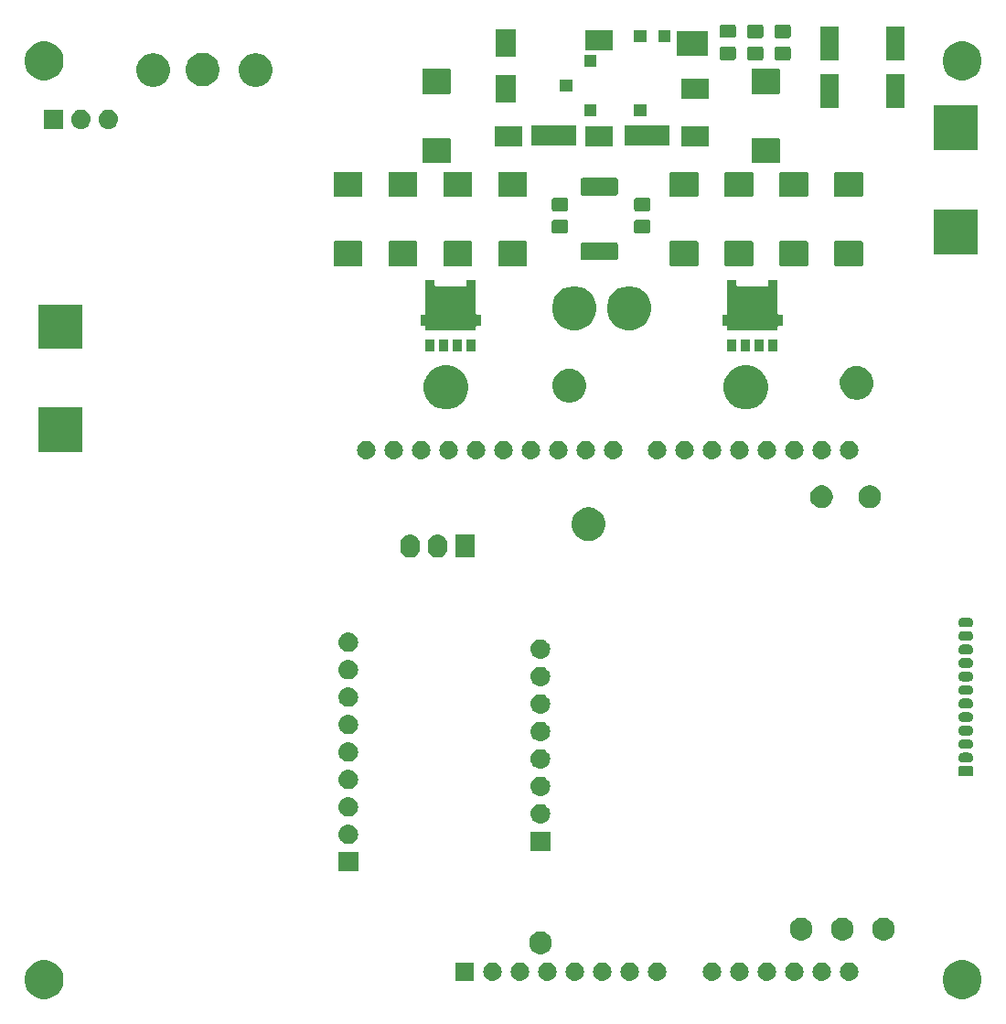
<source format=gbr>
G04 #@! TF.GenerationSoftware,KiCad,Pcbnew,(5.0.1)-3*
G04 #@! TF.CreationDate,2018-11-21T00:41:34-05:00*
G04 #@! TF.ProjectId,SMA_Driver_V1,534D415F4472697665725F56312E6B69,rev?*
G04 #@! TF.SameCoordinates,Original*
G04 #@! TF.FileFunction,Soldermask,Bot*
G04 #@! TF.FilePolarity,Negative*
%FSLAX46Y46*%
G04 Gerber Fmt 4.6, Leading zero omitted, Abs format (unit mm)*
G04 Created by KiCad (PCBNEW (5.0.1)-3) date 11/21/2018 00:41:34*
%MOMM*%
%LPD*%
G01*
G04 APERTURE LIST*
%ADD10C,0.100000*%
G04 APERTURE END LIST*
D10*
G36*
X89525331Y-87268211D02*
X89853092Y-87403974D01*
X90148073Y-87601074D01*
X90398926Y-87851927D01*
X90596026Y-88146908D01*
X90731789Y-88474669D01*
X90801000Y-88822616D01*
X90801000Y-89177384D01*
X90731789Y-89525331D01*
X90596026Y-89853092D01*
X90398926Y-90148073D01*
X90148073Y-90398926D01*
X89853092Y-90596026D01*
X89525331Y-90731789D01*
X89177384Y-90801000D01*
X88822616Y-90801000D01*
X88474669Y-90731789D01*
X88146908Y-90596026D01*
X87851927Y-90398926D01*
X87601074Y-90148073D01*
X87403974Y-89853092D01*
X87268211Y-89525331D01*
X87199000Y-89177384D01*
X87199000Y-88822616D01*
X87268211Y-88474669D01*
X87403974Y-88146908D01*
X87601074Y-87851927D01*
X87851927Y-87601074D01*
X88146908Y-87403974D01*
X88474669Y-87268211D01*
X88822616Y-87199000D01*
X89177384Y-87199000D01*
X89525331Y-87268211D01*
X89525331Y-87268211D01*
G37*
G36*
X4525331Y-87268211D02*
X4853092Y-87403974D01*
X5148073Y-87601074D01*
X5398926Y-87851927D01*
X5596026Y-88146908D01*
X5731789Y-88474669D01*
X5801000Y-88822616D01*
X5801000Y-89177384D01*
X5731789Y-89525331D01*
X5596026Y-89853092D01*
X5398926Y-90148073D01*
X5148073Y-90398926D01*
X4853092Y-90596026D01*
X4525331Y-90731789D01*
X4177384Y-90801000D01*
X3822616Y-90801000D01*
X3474669Y-90731789D01*
X3146908Y-90596026D01*
X2851927Y-90398926D01*
X2601074Y-90148073D01*
X2403974Y-89853092D01*
X2268211Y-89525331D01*
X2199000Y-89177384D01*
X2199000Y-88822616D01*
X2268211Y-88474669D01*
X2403974Y-88146908D01*
X2601074Y-87851927D01*
X2851927Y-87601074D01*
X3146908Y-87403974D01*
X3474669Y-87268211D01*
X3822616Y-87199000D01*
X4177384Y-87199000D01*
X4525331Y-87268211D01*
X4525331Y-87268211D01*
G37*
G36*
X78703621Y-87426313D02*
X78703624Y-87426314D01*
X78703625Y-87426314D01*
X78864039Y-87474975D01*
X78864041Y-87474976D01*
X78864044Y-87474977D01*
X79011878Y-87553995D01*
X79141459Y-87660341D01*
X79247805Y-87789922D01*
X79326823Y-87937756D01*
X79375487Y-88098179D01*
X79391917Y-88265000D01*
X79375487Y-88431821D01*
X79375486Y-88431824D01*
X79375486Y-88431825D01*
X79362490Y-88474668D01*
X79326823Y-88592244D01*
X79247805Y-88740078D01*
X79141459Y-88869659D01*
X79011878Y-88976005D01*
X78864044Y-89055023D01*
X78864041Y-89055024D01*
X78864039Y-89055025D01*
X78703625Y-89103686D01*
X78703624Y-89103686D01*
X78703621Y-89103687D01*
X78578604Y-89116000D01*
X78494996Y-89116000D01*
X78369979Y-89103687D01*
X78369976Y-89103686D01*
X78369975Y-89103686D01*
X78209561Y-89055025D01*
X78209559Y-89055024D01*
X78209556Y-89055023D01*
X78061722Y-88976005D01*
X77932141Y-88869659D01*
X77825795Y-88740078D01*
X77746777Y-88592244D01*
X77711111Y-88474668D01*
X77698114Y-88431825D01*
X77698114Y-88431824D01*
X77698113Y-88431821D01*
X77681683Y-88265000D01*
X77698113Y-88098179D01*
X77746777Y-87937756D01*
X77825795Y-87789922D01*
X77932141Y-87660341D01*
X78061722Y-87553995D01*
X78209556Y-87474977D01*
X78209559Y-87474976D01*
X78209561Y-87474975D01*
X78369975Y-87426314D01*
X78369976Y-87426314D01*
X78369979Y-87426313D01*
X78494996Y-87414000D01*
X78578604Y-87414000D01*
X78703621Y-87426313D01*
X78703621Y-87426313D01*
G37*
G36*
X58383621Y-87426313D02*
X58383624Y-87426314D01*
X58383625Y-87426314D01*
X58544039Y-87474975D01*
X58544041Y-87474976D01*
X58544044Y-87474977D01*
X58691878Y-87553995D01*
X58821459Y-87660341D01*
X58927805Y-87789922D01*
X59006823Y-87937756D01*
X59055487Y-88098179D01*
X59071917Y-88265000D01*
X59055487Y-88431821D01*
X59055486Y-88431824D01*
X59055486Y-88431825D01*
X59042490Y-88474668D01*
X59006823Y-88592244D01*
X58927805Y-88740078D01*
X58821459Y-88869659D01*
X58691878Y-88976005D01*
X58544044Y-89055023D01*
X58544041Y-89055024D01*
X58544039Y-89055025D01*
X58383625Y-89103686D01*
X58383624Y-89103686D01*
X58383621Y-89103687D01*
X58258604Y-89116000D01*
X58174996Y-89116000D01*
X58049979Y-89103687D01*
X58049976Y-89103686D01*
X58049975Y-89103686D01*
X57889561Y-89055025D01*
X57889559Y-89055024D01*
X57889556Y-89055023D01*
X57741722Y-88976005D01*
X57612141Y-88869659D01*
X57505795Y-88740078D01*
X57426777Y-88592244D01*
X57391111Y-88474668D01*
X57378114Y-88431825D01*
X57378114Y-88431824D01*
X57378113Y-88431821D01*
X57361683Y-88265000D01*
X57378113Y-88098179D01*
X57426777Y-87937756D01*
X57505795Y-87789922D01*
X57612141Y-87660341D01*
X57741722Y-87553995D01*
X57889556Y-87474977D01*
X57889559Y-87474976D01*
X57889561Y-87474975D01*
X58049975Y-87426314D01*
X58049976Y-87426314D01*
X58049979Y-87426313D01*
X58174996Y-87414000D01*
X58258604Y-87414000D01*
X58383621Y-87426313D01*
X58383621Y-87426313D01*
G37*
G36*
X73623621Y-87426313D02*
X73623624Y-87426314D01*
X73623625Y-87426314D01*
X73784039Y-87474975D01*
X73784041Y-87474976D01*
X73784044Y-87474977D01*
X73931878Y-87553995D01*
X74061459Y-87660341D01*
X74167805Y-87789922D01*
X74246823Y-87937756D01*
X74295487Y-88098179D01*
X74311917Y-88265000D01*
X74295487Y-88431821D01*
X74295486Y-88431824D01*
X74295486Y-88431825D01*
X74282490Y-88474668D01*
X74246823Y-88592244D01*
X74167805Y-88740078D01*
X74061459Y-88869659D01*
X73931878Y-88976005D01*
X73784044Y-89055023D01*
X73784041Y-89055024D01*
X73784039Y-89055025D01*
X73623625Y-89103686D01*
X73623624Y-89103686D01*
X73623621Y-89103687D01*
X73498604Y-89116000D01*
X73414996Y-89116000D01*
X73289979Y-89103687D01*
X73289976Y-89103686D01*
X73289975Y-89103686D01*
X73129561Y-89055025D01*
X73129559Y-89055024D01*
X73129556Y-89055023D01*
X72981722Y-88976005D01*
X72852141Y-88869659D01*
X72745795Y-88740078D01*
X72666777Y-88592244D01*
X72631111Y-88474668D01*
X72618114Y-88431825D01*
X72618114Y-88431824D01*
X72618113Y-88431821D01*
X72601683Y-88265000D01*
X72618113Y-88098179D01*
X72666777Y-87937756D01*
X72745795Y-87789922D01*
X72852141Y-87660341D01*
X72981722Y-87553995D01*
X73129556Y-87474977D01*
X73129559Y-87474976D01*
X73129561Y-87474975D01*
X73289975Y-87426314D01*
X73289976Y-87426314D01*
X73289979Y-87426313D01*
X73414996Y-87414000D01*
X73498604Y-87414000D01*
X73623621Y-87426313D01*
X73623621Y-87426313D01*
G37*
G36*
X68543621Y-87426313D02*
X68543624Y-87426314D01*
X68543625Y-87426314D01*
X68704039Y-87474975D01*
X68704041Y-87474976D01*
X68704044Y-87474977D01*
X68851878Y-87553995D01*
X68981459Y-87660341D01*
X69087805Y-87789922D01*
X69166823Y-87937756D01*
X69215487Y-88098179D01*
X69231917Y-88265000D01*
X69215487Y-88431821D01*
X69215486Y-88431824D01*
X69215486Y-88431825D01*
X69202490Y-88474668D01*
X69166823Y-88592244D01*
X69087805Y-88740078D01*
X68981459Y-88869659D01*
X68851878Y-88976005D01*
X68704044Y-89055023D01*
X68704041Y-89055024D01*
X68704039Y-89055025D01*
X68543625Y-89103686D01*
X68543624Y-89103686D01*
X68543621Y-89103687D01*
X68418604Y-89116000D01*
X68334996Y-89116000D01*
X68209979Y-89103687D01*
X68209976Y-89103686D01*
X68209975Y-89103686D01*
X68049561Y-89055025D01*
X68049559Y-89055024D01*
X68049556Y-89055023D01*
X67901722Y-88976005D01*
X67772141Y-88869659D01*
X67665795Y-88740078D01*
X67586777Y-88592244D01*
X67551111Y-88474668D01*
X67538114Y-88431825D01*
X67538114Y-88431824D01*
X67538113Y-88431821D01*
X67521683Y-88265000D01*
X67538113Y-88098179D01*
X67586777Y-87937756D01*
X67665795Y-87789922D01*
X67772141Y-87660341D01*
X67901722Y-87553995D01*
X68049556Y-87474977D01*
X68049559Y-87474976D01*
X68049561Y-87474975D01*
X68209975Y-87426314D01*
X68209976Y-87426314D01*
X68209979Y-87426313D01*
X68334996Y-87414000D01*
X68418604Y-87414000D01*
X68543621Y-87426313D01*
X68543621Y-87426313D01*
G37*
G36*
X66003621Y-87426313D02*
X66003624Y-87426314D01*
X66003625Y-87426314D01*
X66164039Y-87474975D01*
X66164041Y-87474976D01*
X66164044Y-87474977D01*
X66311878Y-87553995D01*
X66441459Y-87660341D01*
X66547805Y-87789922D01*
X66626823Y-87937756D01*
X66675487Y-88098179D01*
X66691917Y-88265000D01*
X66675487Y-88431821D01*
X66675486Y-88431824D01*
X66675486Y-88431825D01*
X66662490Y-88474668D01*
X66626823Y-88592244D01*
X66547805Y-88740078D01*
X66441459Y-88869659D01*
X66311878Y-88976005D01*
X66164044Y-89055023D01*
X66164041Y-89055024D01*
X66164039Y-89055025D01*
X66003625Y-89103686D01*
X66003624Y-89103686D01*
X66003621Y-89103687D01*
X65878604Y-89116000D01*
X65794996Y-89116000D01*
X65669979Y-89103687D01*
X65669976Y-89103686D01*
X65669975Y-89103686D01*
X65509561Y-89055025D01*
X65509559Y-89055024D01*
X65509556Y-89055023D01*
X65361722Y-88976005D01*
X65232141Y-88869659D01*
X65125795Y-88740078D01*
X65046777Y-88592244D01*
X65011111Y-88474668D01*
X64998114Y-88431825D01*
X64998114Y-88431824D01*
X64998113Y-88431821D01*
X64981683Y-88265000D01*
X64998113Y-88098179D01*
X65046777Y-87937756D01*
X65125795Y-87789922D01*
X65232141Y-87660341D01*
X65361722Y-87553995D01*
X65509556Y-87474977D01*
X65509559Y-87474976D01*
X65509561Y-87474975D01*
X65669975Y-87426314D01*
X65669976Y-87426314D01*
X65669979Y-87426313D01*
X65794996Y-87414000D01*
X65878604Y-87414000D01*
X66003621Y-87426313D01*
X66003621Y-87426313D01*
G37*
G36*
X60923621Y-87426313D02*
X60923624Y-87426314D01*
X60923625Y-87426314D01*
X61084039Y-87474975D01*
X61084041Y-87474976D01*
X61084044Y-87474977D01*
X61231878Y-87553995D01*
X61361459Y-87660341D01*
X61467805Y-87789922D01*
X61546823Y-87937756D01*
X61595487Y-88098179D01*
X61611917Y-88265000D01*
X61595487Y-88431821D01*
X61595486Y-88431824D01*
X61595486Y-88431825D01*
X61582490Y-88474668D01*
X61546823Y-88592244D01*
X61467805Y-88740078D01*
X61361459Y-88869659D01*
X61231878Y-88976005D01*
X61084044Y-89055023D01*
X61084041Y-89055024D01*
X61084039Y-89055025D01*
X60923625Y-89103686D01*
X60923624Y-89103686D01*
X60923621Y-89103687D01*
X60798604Y-89116000D01*
X60714996Y-89116000D01*
X60589979Y-89103687D01*
X60589976Y-89103686D01*
X60589975Y-89103686D01*
X60429561Y-89055025D01*
X60429559Y-89055024D01*
X60429556Y-89055023D01*
X60281722Y-88976005D01*
X60152141Y-88869659D01*
X60045795Y-88740078D01*
X59966777Y-88592244D01*
X59931111Y-88474668D01*
X59918114Y-88431825D01*
X59918114Y-88431824D01*
X59918113Y-88431821D01*
X59901683Y-88265000D01*
X59918113Y-88098179D01*
X59966777Y-87937756D01*
X60045795Y-87789922D01*
X60152141Y-87660341D01*
X60281722Y-87553995D01*
X60429556Y-87474977D01*
X60429559Y-87474976D01*
X60429561Y-87474975D01*
X60589975Y-87426314D01*
X60589976Y-87426314D01*
X60589979Y-87426313D01*
X60714996Y-87414000D01*
X60798604Y-87414000D01*
X60923621Y-87426313D01*
X60923621Y-87426313D01*
G37*
G36*
X71083621Y-87426313D02*
X71083624Y-87426314D01*
X71083625Y-87426314D01*
X71244039Y-87474975D01*
X71244041Y-87474976D01*
X71244044Y-87474977D01*
X71391878Y-87553995D01*
X71521459Y-87660341D01*
X71627805Y-87789922D01*
X71706823Y-87937756D01*
X71755487Y-88098179D01*
X71771917Y-88265000D01*
X71755487Y-88431821D01*
X71755486Y-88431824D01*
X71755486Y-88431825D01*
X71742490Y-88474668D01*
X71706823Y-88592244D01*
X71627805Y-88740078D01*
X71521459Y-88869659D01*
X71391878Y-88976005D01*
X71244044Y-89055023D01*
X71244041Y-89055024D01*
X71244039Y-89055025D01*
X71083625Y-89103686D01*
X71083624Y-89103686D01*
X71083621Y-89103687D01*
X70958604Y-89116000D01*
X70874996Y-89116000D01*
X70749979Y-89103687D01*
X70749976Y-89103686D01*
X70749975Y-89103686D01*
X70589561Y-89055025D01*
X70589559Y-89055024D01*
X70589556Y-89055023D01*
X70441722Y-88976005D01*
X70312141Y-88869659D01*
X70205795Y-88740078D01*
X70126777Y-88592244D01*
X70091111Y-88474668D01*
X70078114Y-88431825D01*
X70078114Y-88431824D01*
X70078113Y-88431821D01*
X70061683Y-88265000D01*
X70078113Y-88098179D01*
X70126777Y-87937756D01*
X70205795Y-87789922D01*
X70312141Y-87660341D01*
X70441722Y-87553995D01*
X70589556Y-87474977D01*
X70589559Y-87474976D01*
X70589561Y-87474975D01*
X70749975Y-87426314D01*
X70749976Y-87426314D01*
X70749979Y-87426313D01*
X70874996Y-87414000D01*
X70958604Y-87414000D01*
X71083621Y-87426313D01*
X71083621Y-87426313D01*
G37*
G36*
X55843621Y-87426313D02*
X55843624Y-87426314D01*
X55843625Y-87426314D01*
X56004039Y-87474975D01*
X56004041Y-87474976D01*
X56004044Y-87474977D01*
X56151878Y-87553995D01*
X56281459Y-87660341D01*
X56387805Y-87789922D01*
X56466823Y-87937756D01*
X56515487Y-88098179D01*
X56531917Y-88265000D01*
X56515487Y-88431821D01*
X56515486Y-88431824D01*
X56515486Y-88431825D01*
X56502490Y-88474668D01*
X56466823Y-88592244D01*
X56387805Y-88740078D01*
X56281459Y-88869659D01*
X56151878Y-88976005D01*
X56004044Y-89055023D01*
X56004041Y-89055024D01*
X56004039Y-89055025D01*
X55843625Y-89103686D01*
X55843624Y-89103686D01*
X55843621Y-89103687D01*
X55718604Y-89116000D01*
X55634996Y-89116000D01*
X55509979Y-89103687D01*
X55509976Y-89103686D01*
X55509975Y-89103686D01*
X55349561Y-89055025D01*
X55349559Y-89055024D01*
X55349556Y-89055023D01*
X55201722Y-88976005D01*
X55072141Y-88869659D01*
X54965795Y-88740078D01*
X54886777Y-88592244D01*
X54851111Y-88474668D01*
X54838114Y-88431825D01*
X54838114Y-88431824D01*
X54838113Y-88431821D01*
X54821683Y-88265000D01*
X54838113Y-88098179D01*
X54886777Y-87937756D01*
X54965795Y-87789922D01*
X55072141Y-87660341D01*
X55201722Y-87553995D01*
X55349556Y-87474977D01*
X55349559Y-87474976D01*
X55349561Y-87474975D01*
X55509975Y-87426314D01*
X55509976Y-87426314D01*
X55509979Y-87426313D01*
X55634996Y-87414000D01*
X55718604Y-87414000D01*
X55843621Y-87426313D01*
X55843621Y-87426313D01*
G37*
G36*
X50763621Y-87426313D02*
X50763624Y-87426314D01*
X50763625Y-87426314D01*
X50924039Y-87474975D01*
X50924041Y-87474976D01*
X50924044Y-87474977D01*
X51071878Y-87553995D01*
X51201459Y-87660341D01*
X51307805Y-87789922D01*
X51386823Y-87937756D01*
X51435487Y-88098179D01*
X51451917Y-88265000D01*
X51435487Y-88431821D01*
X51435486Y-88431824D01*
X51435486Y-88431825D01*
X51422490Y-88474668D01*
X51386823Y-88592244D01*
X51307805Y-88740078D01*
X51201459Y-88869659D01*
X51071878Y-88976005D01*
X50924044Y-89055023D01*
X50924041Y-89055024D01*
X50924039Y-89055025D01*
X50763625Y-89103686D01*
X50763624Y-89103686D01*
X50763621Y-89103687D01*
X50638604Y-89116000D01*
X50554996Y-89116000D01*
X50429979Y-89103687D01*
X50429976Y-89103686D01*
X50429975Y-89103686D01*
X50269561Y-89055025D01*
X50269559Y-89055024D01*
X50269556Y-89055023D01*
X50121722Y-88976005D01*
X49992141Y-88869659D01*
X49885795Y-88740078D01*
X49806777Y-88592244D01*
X49771111Y-88474668D01*
X49758114Y-88431825D01*
X49758114Y-88431824D01*
X49758113Y-88431821D01*
X49741683Y-88265000D01*
X49758113Y-88098179D01*
X49806777Y-87937756D01*
X49885795Y-87789922D01*
X49992141Y-87660341D01*
X50121722Y-87553995D01*
X50269556Y-87474977D01*
X50269559Y-87474976D01*
X50269561Y-87474975D01*
X50429975Y-87426314D01*
X50429976Y-87426314D01*
X50429979Y-87426313D01*
X50554996Y-87414000D01*
X50638604Y-87414000D01*
X50763621Y-87426313D01*
X50763621Y-87426313D01*
G37*
G36*
X48223621Y-87426313D02*
X48223624Y-87426314D01*
X48223625Y-87426314D01*
X48384039Y-87474975D01*
X48384041Y-87474976D01*
X48384044Y-87474977D01*
X48531878Y-87553995D01*
X48661459Y-87660341D01*
X48767805Y-87789922D01*
X48846823Y-87937756D01*
X48895487Y-88098179D01*
X48911917Y-88265000D01*
X48895487Y-88431821D01*
X48895486Y-88431824D01*
X48895486Y-88431825D01*
X48882490Y-88474668D01*
X48846823Y-88592244D01*
X48767805Y-88740078D01*
X48661459Y-88869659D01*
X48531878Y-88976005D01*
X48384044Y-89055023D01*
X48384041Y-89055024D01*
X48384039Y-89055025D01*
X48223625Y-89103686D01*
X48223624Y-89103686D01*
X48223621Y-89103687D01*
X48098604Y-89116000D01*
X48014996Y-89116000D01*
X47889979Y-89103687D01*
X47889976Y-89103686D01*
X47889975Y-89103686D01*
X47729561Y-89055025D01*
X47729559Y-89055024D01*
X47729556Y-89055023D01*
X47581722Y-88976005D01*
X47452141Y-88869659D01*
X47345795Y-88740078D01*
X47266777Y-88592244D01*
X47231111Y-88474668D01*
X47218114Y-88431825D01*
X47218114Y-88431824D01*
X47218113Y-88431821D01*
X47201683Y-88265000D01*
X47218113Y-88098179D01*
X47266777Y-87937756D01*
X47345795Y-87789922D01*
X47452141Y-87660341D01*
X47581722Y-87553995D01*
X47729556Y-87474977D01*
X47729559Y-87474976D01*
X47729561Y-87474975D01*
X47889975Y-87426314D01*
X47889976Y-87426314D01*
X47889979Y-87426313D01*
X48014996Y-87414000D01*
X48098604Y-87414000D01*
X48223621Y-87426313D01*
X48223621Y-87426313D01*
G37*
G36*
X45683621Y-87426313D02*
X45683624Y-87426314D01*
X45683625Y-87426314D01*
X45844039Y-87474975D01*
X45844041Y-87474976D01*
X45844044Y-87474977D01*
X45991878Y-87553995D01*
X46121459Y-87660341D01*
X46227805Y-87789922D01*
X46306823Y-87937756D01*
X46355487Y-88098179D01*
X46371917Y-88265000D01*
X46355487Y-88431821D01*
X46355486Y-88431824D01*
X46355486Y-88431825D01*
X46342490Y-88474668D01*
X46306823Y-88592244D01*
X46227805Y-88740078D01*
X46121459Y-88869659D01*
X45991878Y-88976005D01*
X45844044Y-89055023D01*
X45844041Y-89055024D01*
X45844039Y-89055025D01*
X45683625Y-89103686D01*
X45683624Y-89103686D01*
X45683621Y-89103687D01*
X45558604Y-89116000D01*
X45474996Y-89116000D01*
X45349979Y-89103687D01*
X45349976Y-89103686D01*
X45349975Y-89103686D01*
X45189561Y-89055025D01*
X45189559Y-89055024D01*
X45189556Y-89055023D01*
X45041722Y-88976005D01*
X44912141Y-88869659D01*
X44805795Y-88740078D01*
X44726777Y-88592244D01*
X44691111Y-88474668D01*
X44678114Y-88431825D01*
X44678114Y-88431824D01*
X44678113Y-88431821D01*
X44661683Y-88265000D01*
X44678113Y-88098179D01*
X44726777Y-87937756D01*
X44805795Y-87789922D01*
X44912141Y-87660341D01*
X45041722Y-87553995D01*
X45189556Y-87474977D01*
X45189559Y-87474976D01*
X45189561Y-87474975D01*
X45349975Y-87426314D01*
X45349976Y-87426314D01*
X45349979Y-87426313D01*
X45474996Y-87414000D01*
X45558604Y-87414000D01*
X45683621Y-87426313D01*
X45683621Y-87426313D01*
G37*
G36*
X43827800Y-89116000D02*
X42125800Y-89116000D01*
X42125800Y-87414000D01*
X43827800Y-87414000D01*
X43827800Y-89116000D01*
X43827800Y-89116000D01*
G37*
G36*
X76163621Y-87426313D02*
X76163624Y-87426314D01*
X76163625Y-87426314D01*
X76324039Y-87474975D01*
X76324041Y-87474976D01*
X76324044Y-87474977D01*
X76471878Y-87553995D01*
X76601459Y-87660341D01*
X76707805Y-87789922D01*
X76786823Y-87937756D01*
X76835487Y-88098179D01*
X76851917Y-88265000D01*
X76835487Y-88431821D01*
X76835486Y-88431824D01*
X76835486Y-88431825D01*
X76822490Y-88474668D01*
X76786823Y-88592244D01*
X76707805Y-88740078D01*
X76601459Y-88869659D01*
X76471878Y-88976005D01*
X76324044Y-89055023D01*
X76324041Y-89055024D01*
X76324039Y-89055025D01*
X76163625Y-89103686D01*
X76163624Y-89103686D01*
X76163621Y-89103687D01*
X76038604Y-89116000D01*
X75954996Y-89116000D01*
X75829979Y-89103687D01*
X75829976Y-89103686D01*
X75829975Y-89103686D01*
X75669561Y-89055025D01*
X75669559Y-89055024D01*
X75669556Y-89055023D01*
X75521722Y-88976005D01*
X75392141Y-88869659D01*
X75285795Y-88740078D01*
X75206777Y-88592244D01*
X75171111Y-88474668D01*
X75158114Y-88431825D01*
X75158114Y-88431824D01*
X75158113Y-88431821D01*
X75141683Y-88265000D01*
X75158113Y-88098179D01*
X75206777Y-87937756D01*
X75285795Y-87789922D01*
X75392141Y-87660341D01*
X75521722Y-87553995D01*
X75669556Y-87474977D01*
X75669559Y-87474976D01*
X75669561Y-87474975D01*
X75829975Y-87426314D01*
X75829976Y-87426314D01*
X75829979Y-87426313D01*
X75954996Y-87414000D01*
X76038604Y-87414000D01*
X76163621Y-87426313D01*
X76163621Y-87426313D01*
G37*
G36*
X53303621Y-87426313D02*
X53303624Y-87426314D01*
X53303625Y-87426314D01*
X53464039Y-87474975D01*
X53464041Y-87474976D01*
X53464044Y-87474977D01*
X53611878Y-87553995D01*
X53741459Y-87660341D01*
X53847805Y-87789922D01*
X53926823Y-87937756D01*
X53975487Y-88098179D01*
X53991917Y-88265000D01*
X53975487Y-88431821D01*
X53975486Y-88431824D01*
X53975486Y-88431825D01*
X53962490Y-88474668D01*
X53926823Y-88592244D01*
X53847805Y-88740078D01*
X53741459Y-88869659D01*
X53611878Y-88976005D01*
X53464044Y-89055023D01*
X53464041Y-89055024D01*
X53464039Y-89055025D01*
X53303625Y-89103686D01*
X53303624Y-89103686D01*
X53303621Y-89103687D01*
X53178604Y-89116000D01*
X53094996Y-89116000D01*
X52969979Y-89103687D01*
X52969976Y-89103686D01*
X52969975Y-89103686D01*
X52809561Y-89055025D01*
X52809559Y-89055024D01*
X52809556Y-89055023D01*
X52661722Y-88976005D01*
X52532141Y-88869659D01*
X52425795Y-88740078D01*
X52346777Y-88592244D01*
X52311111Y-88474668D01*
X52298114Y-88431825D01*
X52298114Y-88431824D01*
X52298113Y-88431821D01*
X52281683Y-88265000D01*
X52298113Y-88098179D01*
X52346777Y-87937756D01*
X52425795Y-87789922D01*
X52532141Y-87660341D01*
X52661722Y-87553995D01*
X52809556Y-87474977D01*
X52809559Y-87474976D01*
X52809561Y-87474975D01*
X52969975Y-87426314D01*
X52969976Y-87426314D01*
X52969979Y-87426313D01*
X53094996Y-87414000D01*
X53178604Y-87414000D01*
X53303621Y-87426313D01*
X53303621Y-87426313D01*
G37*
G36*
X50268365Y-84587389D02*
X50459634Y-84666615D01*
X50631776Y-84781637D01*
X50778163Y-84928024D01*
X50893185Y-85100166D01*
X50972411Y-85291435D01*
X51012800Y-85494484D01*
X51012800Y-85701516D01*
X50972411Y-85904565D01*
X50893185Y-86095834D01*
X50778163Y-86267976D01*
X50631776Y-86414363D01*
X50459634Y-86529385D01*
X50268365Y-86608611D01*
X50065316Y-86649000D01*
X49858284Y-86649000D01*
X49655235Y-86608611D01*
X49463966Y-86529385D01*
X49291824Y-86414363D01*
X49145437Y-86267976D01*
X49030415Y-86095834D01*
X48951189Y-85904565D01*
X48910800Y-85701516D01*
X48910800Y-85494484D01*
X48951189Y-85291435D01*
X49030415Y-85100166D01*
X49145437Y-84928024D01*
X49291824Y-84781637D01*
X49463966Y-84666615D01*
X49655235Y-84587389D01*
X49858284Y-84547000D01*
X50065316Y-84547000D01*
X50268365Y-84587389D01*
X50268365Y-84587389D01*
G37*
G36*
X78208365Y-83317389D02*
X78399634Y-83396615D01*
X78571776Y-83511637D01*
X78718163Y-83658024D01*
X78833185Y-83830166D01*
X78912411Y-84021435D01*
X78952800Y-84224484D01*
X78952800Y-84431516D01*
X78912411Y-84634565D01*
X78833185Y-84825834D01*
X78718163Y-84997976D01*
X78571776Y-85144363D01*
X78399634Y-85259385D01*
X78208365Y-85338611D01*
X78005316Y-85379000D01*
X77798284Y-85379000D01*
X77595235Y-85338611D01*
X77403966Y-85259385D01*
X77231824Y-85144363D01*
X77085437Y-84997976D01*
X76970415Y-84825834D01*
X76891189Y-84634565D01*
X76850800Y-84431516D01*
X76850800Y-84224484D01*
X76891189Y-84021435D01*
X76970415Y-83830166D01*
X77085437Y-83658024D01*
X77231824Y-83511637D01*
X77403966Y-83396615D01*
X77595235Y-83317389D01*
X77798284Y-83277000D01*
X78005316Y-83277000D01*
X78208365Y-83317389D01*
X78208365Y-83317389D01*
G37*
G36*
X82018365Y-83317389D02*
X82209634Y-83396615D01*
X82381776Y-83511637D01*
X82528163Y-83658024D01*
X82643185Y-83830166D01*
X82722411Y-84021435D01*
X82762800Y-84224484D01*
X82762800Y-84431516D01*
X82722411Y-84634565D01*
X82643185Y-84825834D01*
X82528163Y-84997976D01*
X82381776Y-85144363D01*
X82209634Y-85259385D01*
X82018365Y-85338611D01*
X81815316Y-85379000D01*
X81608284Y-85379000D01*
X81405235Y-85338611D01*
X81213966Y-85259385D01*
X81041824Y-85144363D01*
X80895437Y-84997976D01*
X80780415Y-84825834D01*
X80701189Y-84634565D01*
X80660800Y-84431516D01*
X80660800Y-84224484D01*
X80701189Y-84021435D01*
X80780415Y-83830166D01*
X80895437Y-83658024D01*
X81041824Y-83511637D01*
X81213966Y-83396615D01*
X81405235Y-83317389D01*
X81608284Y-83277000D01*
X81815316Y-83277000D01*
X82018365Y-83317389D01*
X82018365Y-83317389D01*
G37*
G36*
X74398365Y-83317389D02*
X74589634Y-83396615D01*
X74761776Y-83511637D01*
X74908163Y-83658024D01*
X75023185Y-83830166D01*
X75102411Y-84021435D01*
X75142800Y-84224484D01*
X75142800Y-84431516D01*
X75102411Y-84634565D01*
X75023185Y-84825834D01*
X74908163Y-84997976D01*
X74761776Y-85144363D01*
X74589634Y-85259385D01*
X74398365Y-85338611D01*
X74195316Y-85379000D01*
X73988284Y-85379000D01*
X73785235Y-85338611D01*
X73593966Y-85259385D01*
X73421824Y-85144363D01*
X73275437Y-84997976D01*
X73160415Y-84825834D01*
X73081189Y-84634565D01*
X73040800Y-84431516D01*
X73040800Y-84224484D01*
X73081189Y-84021435D01*
X73160415Y-83830166D01*
X73275437Y-83658024D01*
X73421824Y-83511637D01*
X73593966Y-83396615D01*
X73785235Y-83317389D01*
X73988284Y-83277000D01*
X74195316Y-83277000D01*
X74398365Y-83317389D01*
X74398365Y-83317389D01*
G37*
G36*
X33082800Y-79006000D02*
X31280800Y-79006000D01*
X31280800Y-77204000D01*
X33082800Y-77204000D01*
X33082800Y-79006000D01*
X33082800Y-79006000D01*
G37*
G36*
X50862800Y-77101000D02*
X49060800Y-77101000D01*
X49060800Y-75299000D01*
X50862800Y-75299000D01*
X50862800Y-77101000D01*
X50862800Y-77101000D01*
G37*
G36*
X32292242Y-74670518D02*
X32358427Y-74677037D01*
X32471653Y-74711384D01*
X32528267Y-74728557D01*
X32666887Y-74802652D01*
X32684791Y-74812222D01*
X32720529Y-74841552D01*
X32821986Y-74924814D01*
X32905248Y-75026271D01*
X32934578Y-75062009D01*
X32934579Y-75062011D01*
X33018243Y-75218533D01*
X33018243Y-75218534D01*
X33069763Y-75388373D01*
X33087159Y-75565000D01*
X33069763Y-75741627D01*
X33035416Y-75854853D01*
X33018243Y-75911467D01*
X32944148Y-76050087D01*
X32934578Y-76067991D01*
X32905248Y-76103729D01*
X32821986Y-76205186D01*
X32720529Y-76288448D01*
X32684791Y-76317778D01*
X32684789Y-76317779D01*
X32528267Y-76401443D01*
X32471653Y-76418616D01*
X32358427Y-76452963D01*
X32292243Y-76459481D01*
X32226060Y-76466000D01*
X32137540Y-76466000D01*
X32071357Y-76459481D01*
X32005173Y-76452963D01*
X31891947Y-76418616D01*
X31835333Y-76401443D01*
X31678811Y-76317779D01*
X31678809Y-76317778D01*
X31643071Y-76288448D01*
X31541614Y-76205186D01*
X31458352Y-76103729D01*
X31429022Y-76067991D01*
X31419452Y-76050087D01*
X31345357Y-75911467D01*
X31328184Y-75854853D01*
X31293837Y-75741627D01*
X31276441Y-75565000D01*
X31293837Y-75388373D01*
X31345357Y-75218534D01*
X31345357Y-75218533D01*
X31429021Y-75062011D01*
X31429022Y-75062009D01*
X31458352Y-75026271D01*
X31541614Y-74924814D01*
X31643071Y-74841552D01*
X31678809Y-74812222D01*
X31696713Y-74802652D01*
X31835333Y-74728557D01*
X31891947Y-74711384D01*
X32005173Y-74677037D01*
X32071358Y-74670518D01*
X32137540Y-74664000D01*
X32226060Y-74664000D01*
X32292242Y-74670518D01*
X32292242Y-74670518D01*
G37*
G36*
X50072242Y-72765518D02*
X50138427Y-72772037D01*
X50251653Y-72806384D01*
X50308267Y-72823557D01*
X50446887Y-72897652D01*
X50464791Y-72907222D01*
X50500529Y-72936552D01*
X50601986Y-73019814D01*
X50685248Y-73121271D01*
X50714578Y-73157009D01*
X50714579Y-73157011D01*
X50798243Y-73313533D01*
X50798243Y-73313534D01*
X50849763Y-73483373D01*
X50867159Y-73660000D01*
X50849763Y-73836627D01*
X50842235Y-73861443D01*
X50798243Y-74006467D01*
X50724148Y-74145087D01*
X50714578Y-74162991D01*
X50685248Y-74198729D01*
X50601986Y-74300186D01*
X50500529Y-74383448D01*
X50464791Y-74412778D01*
X50464789Y-74412779D01*
X50308267Y-74496443D01*
X50251653Y-74513616D01*
X50138427Y-74547963D01*
X50072242Y-74554482D01*
X50006060Y-74561000D01*
X49917540Y-74561000D01*
X49851358Y-74554482D01*
X49785173Y-74547963D01*
X49671947Y-74513616D01*
X49615333Y-74496443D01*
X49458811Y-74412779D01*
X49458809Y-74412778D01*
X49423071Y-74383448D01*
X49321614Y-74300186D01*
X49238352Y-74198729D01*
X49209022Y-74162991D01*
X49199452Y-74145087D01*
X49125357Y-74006467D01*
X49081365Y-73861443D01*
X49073837Y-73836627D01*
X49056441Y-73660000D01*
X49073837Y-73483373D01*
X49125357Y-73313534D01*
X49125357Y-73313533D01*
X49209021Y-73157011D01*
X49209022Y-73157009D01*
X49238352Y-73121271D01*
X49321614Y-73019814D01*
X49423071Y-72936552D01*
X49458809Y-72907222D01*
X49476713Y-72897652D01*
X49615333Y-72823557D01*
X49671947Y-72806384D01*
X49785173Y-72772037D01*
X49851358Y-72765518D01*
X49917540Y-72759000D01*
X50006060Y-72759000D01*
X50072242Y-72765518D01*
X50072242Y-72765518D01*
G37*
G36*
X32292243Y-72130519D02*
X32358427Y-72137037D01*
X32471653Y-72171384D01*
X32528267Y-72188557D01*
X32666887Y-72262652D01*
X32684791Y-72272222D01*
X32720529Y-72301552D01*
X32821986Y-72384814D01*
X32905248Y-72486271D01*
X32934578Y-72522009D01*
X32934579Y-72522011D01*
X33018243Y-72678533D01*
X33018243Y-72678534D01*
X33069763Y-72848373D01*
X33087159Y-73025000D01*
X33069763Y-73201627D01*
X33035817Y-73313533D01*
X33018243Y-73371467D01*
X32958427Y-73483373D01*
X32934578Y-73527991D01*
X32905248Y-73563729D01*
X32821986Y-73665186D01*
X32720529Y-73748448D01*
X32684791Y-73777778D01*
X32684789Y-73777779D01*
X32528267Y-73861443D01*
X32471653Y-73878616D01*
X32358427Y-73912963D01*
X32292243Y-73919481D01*
X32226060Y-73926000D01*
X32137540Y-73926000D01*
X32071357Y-73919481D01*
X32005173Y-73912963D01*
X31891947Y-73878616D01*
X31835333Y-73861443D01*
X31678811Y-73777779D01*
X31678809Y-73777778D01*
X31643071Y-73748448D01*
X31541614Y-73665186D01*
X31458352Y-73563729D01*
X31429022Y-73527991D01*
X31405173Y-73483373D01*
X31345357Y-73371467D01*
X31327783Y-73313533D01*
X31293837Y-73201627D01*
X31276441Y-73025000D01*
X31293837Y-72848373D01*
X31345357Y-72678534D01*
X31345357Y-72678533D01*
X31429021Y-72522011D01*
X31429022Y-72522009D01*
X31458352Y-72486271D01*
X31541614Y-72384814D01*
X31643071Y-72301552D01*
X31678809Y-72272222D01*
X31696713Y-72262652D01*
X31835333Y-72188557D01*
X31891947Y-72171384D01*
X32005173Y-72137037D01*
X32071357Y-72130519D01*
X32137540Y-72124000D01*
X32226060Y-72124000D01*
X32292243Y-72130519D01*
X32292243Y-72130519D01*
G37*
G36*
X50072242Y-70225518D02*
X50138427Y-70232037D01*
X50251653Y-70266384D01*
X50308267Y-70283557D01*
X50446887Y-70357652D01*
X50464791Y-70367222D01*
X50500529Y-70396552D01*
X50601986Y-70479814D01*
X50685248Y-70581271D01*
X50714578Y-70617009D01*
X50714579Y-70617011D01*
X50798243Y-70773533D01*
X50798243Y-70773534D01*
X50849763Y-70943373D01*
X50867159Y-71120000D01*
X50849763Y-71296627D01*
X50842235Y-71321443D01*
X50798243Y-71466467D01*
X50724148Y-71605087D01*
X50714578Y-71622991D01*
X50685248Y-71658729D01*
X50601986Y-71760186D01*
X50500529Y-71843448D01*
X50464791Y-71872778D01*
X50464789Y-71872779D01*
X50308267Y-71956443D01*
X50251653Y-71973616D01*
X50138427Y-72007963D01*
X50072243Y-72014481D01*
X50006060Y-72021000D01*
X49917540Y-72021000D01*
X49851357Y-72014481D01*
X49785173Y-72007963D01*
X49671947Y-71973616D01*
X49615333Y-71956443D01*
X49458811Y-71872779D01*
X49458809Y-71872778D01*
X49423071Y-71843448D01*
X49321614Y-71760186D01*
X49238352Y-71658729D01*
X49209022Y-71622991D01*
X49199452Y-71605087D01*
X49125357Y-71466467D01*
X49081365Y-71321443D01*
X49073837Y-71296627D01*
X49056441Y-71120000D01*
X49073837Y-70943373D01*
X49125357Y-70773534D01*
X49125357Y-70773533D01*
X49209021Y-70617011D01*
X49209022Y-70617009D01*
X49238352Y-70581271D01*
X49321614Y-70479814D01*
X49423071Y-70396552D01*
X49458809Y-70367222D01*
X49476713Y-70357652D01*
X49615333Y-70283557D01*
X49671947Y-70266384D01*
X49785173Y-70232037D01*
X49851358Y-70225518D01*
X49917540Y-70219000D01*
X50006060Y-70219000D01*
X50072242Y-70225518D01*
X50072242Y-70225518D01*
G37*
G36*
X32292242Y-69590518D02*
X32358427Y-69597037D01*
X32471653Y-69631384D01*
X32528267Y-69648557D01*
X32666887Y-69722652D01*
X32684791Y-69732222D01*
X32720529Y-69761552D01*
X32821986Y-69844814D01*
X32890664Y-69928500D01*
X32934578Y-69982009D01*
X32934579Y-69982011D01*
X33018243Y-70138533D01*
X33021620Y-70149667D01*
X33069763Y-70308373D01*
X33087159Y-70485000D01*
X33069763Y-70661627D01*
X33035817Y-70773533D01*
X33018243Y-70831467D01*
X32958427Y-70943373D01*
X32934578Y-70987991D01*
X32905248Y-71023729D01*
X32821986Y-71125186D01*
X32720529Y-71208448D01*
X32684791Y-71237778D01*
X32684789Y-71237779D01*
X32528267Y-71321443D01*
X32471653Y-71338616D01*
X32358427Y-71372963D01*
X32292242Y-71379482D01*
X32226060Y-71386000D01*
X32137540Y-71386000D01*
X32071358Y-71379482D01*
X32005173Y-71372963D01*
X31891947Y-71338616D01*
X31835333Y-71321443D01*
X31678811Y-71237779D01*
X31678809Y-71237778D01*
X31643071Y-71208448D01*
X31541614Y-71125186D01*
X31458352Y-71023729D01*
X31429022Y-70987991D01*
X31405173Y-70943373D01*
X31345357Y-70831467D01*
X31327783Y-70773533D01*
X31293837Y-70661627D01*
X31276441Y-70485000D01*
X31293837Y-70308373D01*
X31341980Y-70149667D01*
X31345357Y-70138533D01*
X31429021Y-69982011D01*
X31429022Y-69982009D01*
X31472936Y-69928500D01*
X31541614Y-69844814D01*
X31643071Y-69761552D01*
X31678809Y-69732222D01*
X31696713Y-69722652D01*
X31835333Y-69648557D01*
X31891947Y-69631384D01*
X32005173Y-69597037D01*
X32071358Y-69590518D01*
X32137540Y-69584000D01*
X32226060Y-69584000D01*
X32292242Y-69590518D01*
X32292242Y-69590518D01*
G37*
G36*
X89901483Y-69255725D02*
X89931944Y-69264966D01*
X89960023Y-69279975D01*
X89984631Y-69300169D01*
X90004825Y-69324777D01*
X90019834Y-69352856D01*
X90029075Y-69383317D01*
X90032800Y-69421140D01*
X90032800Y-69984860D01*
X90029075Y-70022683D01*
X90019834Y-70053144D01*
X90004825Y-70081223D01*
X89984631Y-70105831D01*
X89960023Y-70126025D01*
X89931944Y-70141034D01*
X89901483Y-70150275D01*
X89863660Y-70154000D01*
X88799940Y-70154000D01*
X88762117Y-70150275D01*
X88731656Y-70141034D01*
X88703577Y-70126025D01*
X88678969Y-70105831D01*
X88658775Y-70081223D01*
X88643766Y-70053144D01*
X88634525Y-70022683D01*
X88630800Y-69984860D01*
X88630800Y-69421140D01*
X88634525Y-69383317D01*
X88643766Y-69352856D01*
X88658775Y-69324777D01*
X88678969Y-69300169D01*
X88703577Y-69279975D01*
X88731656Y-69264966D01*
X88762117Y-69255725D01*
X88799940Y-69252000D01*
X89863660Y-69252000D01*
X89901483Y-69255725D01*
X89901483Y-69255725D01*
G37*
G36*
X50072243Y-67685519D02*
X50138427Y-67692037D01*
X50251653Y-67726384D01*
X50308267Y-67743557D01*
X50446887Y-67817652D01*
X50464791Y-67827222D01*
X50500529Y-67856552D01*
X50601986Y-67939814D01*
X50679538Y-68034313D01*
X50714578Y-68077009D01*
X50714579Y-68077011D01*
X50798243Y-68233533D01*
X50798243Y-68233534D01*
X50849763Y-68403373D01*
X50867159Y-68580000D01*
X50849763Y-68756627D01*
X50844660Y-68773448D01*
X50798243Y-68926467D01*
X50724148Y-69065087D01*
X50714578Y-69082991D01*
X50685248Y-69118729D01*
X50601986Y-69220186D01*
X50516911Y-69290004D01*
X50464791Y-69332778D01*
X50464789Y-69332779D01*
X50308267Y-69416443D01*
X50252013Y-69433507D01*
X50138427Y-69467963D01*
X50072242Y-69474482D01*
X50006060Y-69481000D01*
X49917540Y-69481000D01*
X49851358Y-69474482D01*
X49785173Y-69467963D01*
X49671587Y-69433507D01*
X49615333Y-69416443D01*
X49458811Y-69332779D01*
X49458809Y-69332778D01*
X49406689Y-69290004D01*
X49321614Y-69220186D01*
X49238352Y-69118729D01*
X49209022Y-69082991D01*
X49199452Y-69065087D01*
X49125357Y-68926467D01*
X49078940Y-68773448D01*
X49073837Y-68756627D01*
X49056441Y-68580000D01*
X49073837Y-68403373D01*
X49125357Y-68233534D01*
X49125357Y-68233533D01*
X49209021Y-68077011D01*
X49209022Y-68077009D01*
X49244062Y-68034313D01*
X49321614Y-67939814D01*
X49423071Y-67856552D01*
X49458809Y-67827222D01*
X49476713Y-67817652D01*
X49615333Y-67743557D01*
X49671947Y-67726384D01*
X49785173Y-67692037D01*
X49851357Y-67685519D01*
X49917540Y-67679000D01*
X50006060Y-67679000D01*
X50072243Y-67685519D01*
X50072243Y-67685519D01*
G37*
G36*
X89670213Y-68008525D02*
X89745256Y-68031290D01*
X89755225Y-68034314D01*
X89833574Y-68076193D01*
X89902248Y-68132552D01*
X89958607Y-68201226D01*
X90000486Y-68279575D01*
X90000487Y-68279579D01*
X90026275Y-68364587D01*
X90034982Y-68453000D01*
X90026275Y-68541413D01*
X90003510Y-68616456D01*
X90000486Y-68626425D01*
X89958607Y-68704774D01*
X89902248Y-68773448D01*
X89833574Y-68829807D01*
X89755225Y-68871686D01*
X89745256Y-68874710D01*
X89670213Y-68897475D01*
X89603958Y-68904000D01*
X89059642Y-68904000D01*
X88993387Y-68897475D01*
X88918344Y-68874710D01*
X88908375Y-68871686D01*
X88830026Y-68829807D01*
X88761352Y-68773448D01*
X88704993Y-68704774D01*
X88663114Y-68626425D01*
X88660090Y-68616456D01*
X88637325Y-68541413D01*
X88628618Y-68453000D01*
X88637325Y-68364587D01*
X88663113Y-68279579D01*
X88663114Y-68279575D01*
X88704993Y-68201226D01*
X88761352Y-68132552D01*
X88830026Y-68076193D01*
X88908375Y-68034314D01*
X88918344Y-68031290D01*
X88993387Y-68008525D01*
X89059642Y-68002000D01*
X89603958Y-68002000D01*
X89670213Y-68008525D01*
X89670213Y-68008525D01*
G37*
G36*
X32292243Y-67050519D02*
X32358427Y-67057037D01*
X32471653Y-67091384D01*
X32528267Y-67108557D01*
X32666887Y-67182652D01*
X32684791Y-67192222D01*
X32720529Y-67221552D01*
X32821986Y-67304814D01*
X32905248Y-67406271D01*
X32934578Y-67442009D01*
X32934579Y-67442011D01*
X33018243Y-67598533D01*
X33033089Y-67647474D01*
X33069763Y-67768373D01*
X33087159Y-67945000D01*
X33069763Y-68121627D01*
X33045617Y-68201225D01*
X33018243Y-68291467D01*
X32979159Y-68364587D01*
X32934578Y-68447991D01*
X32930467Y-68453000D01*
X32821986Y-68585186D01*
X32720529Y-68668448D01*
X32684791Y-68697778D01*
X32671701Y-68704775D01*
X32528267Y-68781443D01*
X32471653Y-68798616D01*
X32358427Y-68832963D01*
X32292243Y-68839481D01*
X32226060Y-68846000D01*
X32137540Y-68846000D01*
X32071357Y-68839481D01*
X32005173Y-68832963D01*
X31891947Y-68798616D01*
X31835333Y-68781443D01*
X31691899Y-68704775D01*
X31678809Y-68697778D01*
X31643071Y-68668448D01*
X31541614Y-68585186D01*
X31433133Y-68453000D01*
X31429022Y-68447991D01*
X31384441Y-68364587D01*
X31345357Y-68291467D01*
X31317983Y-68201225D01*
X31293837Y-68121627D01*
X31276441Y-67945000D01*
X31293837Y-67768373D01*
X31330511Y-67647474D01*
X31345357Y-67598533D01*
X31429021Y-67442011D01*
X31429022Y-67442009D01*
X31458352Y-67406271D01*
X31541614Y-67304814D01*
X31643071Y-67221552D01*
X31678809Y-67192222D01*
X31696713Y-67182652D01*
X31835333Y-67108557D01*
X31891947Y-67091384D01*
X32005173Y-67057037D01*
X32071357Y-67050519D01*
X32137540Y-67044000D01*
X32226060Y-67044000D01*
X32292243Y-67050519D01*
X32292243Y-67050519D01*
G37*
G36*
X89670213Y-66758525D02*
X89745256Y-66781290D01*
X89755225Y-66784314D01*
X89833574Y-66826193D01*
X89902248Y-66882552D01*
X89958607Y-66951226D01*
X90000486Y-67029575D01*
X90000487Y-67029579D01*
X90026275Y-67114587D01*
X90034982Y-67203000D01*
X90026275Y-67291413D01*
X90003510Y-67366456D01*
X90000486Y-67376425D01*
X89958607Y-67454774D01*
X89902248Y-67523448D01*
X89833574Y-67579807D01*
X89755225Y-67621686D01*
X89745256Y-67624710D01*
X89670213Y-67647475D01*
X89603958Y-67654000D01*
X89059642Y-67654000D01*
X88993387Y-67647475D01*
X88918344Y-67624710D01*
X88908375Y-67621686D01*
X88830026Y-67579807D01*
X88761352Y-67523448D01*
X88704993Y-67454774D01*
X88663114Y-67376425D01*
X88660090Y-67366456D01*
X88637325Y-67291413D01*
X88628618Y-67203000D01*
X88637325Y-67114587D01*
X88663113Y-67029579D01*
X88663114Y-67029575D01*
X88704993Y-66951226D01*
X88761352Y-66882552D01*
X88830026Y-66826193D01*
X88908375Y-66784314D01*
X88918344Y-66781290D01*
X88993387Y-66758525D01*
X89059642Y-66752000D01*
X89603958Y-66752000D01*
X89670213Y-66758525D01*
X89670213Y-66758525D01*
G37*
G36*
X50072242Y-65145518D02*
X50138427Y-65152037D01*
X50251653Y-65186384D01*
X50308267Y-65203557D01*
X50446887Y-65277652D01*
X50464791Y-65287222D01*
X50500529Y-65316552D01*
X50601986Y-65399814D01*
X50685248Y-65501271D01*
X50714578Y-65537009D01*
X50714579Y-65537011D01*
X50798243Y-65693533D01*
X50815416Y-65750147D01*
X50849763Y-65863373D01*
X50867159Y-66040000D01*
X50849763Y-66216627D01*
X50826607Y-66292963D01*
X50798243Y-66386467D01*
X50792359Y-66397475D01*
X50714578Y-66542991D01*
X50685248Y-66578729D01*
X50601986Y-66680186D01*
X50514479Y-66752000D01*
X50464791Y-66792778D01*
X50464789Y-66792779D01*
X50308267Y-66876443D01*
X50251653Y-66893616D01*
X50138427Y-66927963D01*
X50072242Y-66934482D01*
X50006060Y-66941000D01*
X49917540Y-66941000D01*
X49851358Y-66934482D01*
X49785173Y-66927963D01*
X49671947Y-66893616D01*
X49615333Y-66876443D01*
X49458811Y-66792779D01*
X49458809Y-66792778D01*
X49409121Y-66752000D01*
X49321614Y-66680186D01*
X49238352Y-66578729D01*
X49209022Y-66542991D01*
X49131241Y-66397475D01*
X49125357Y-66386467D01*
X49096993Y-66292963D01*
X49073837Y-66216627D01*
X49056441Y-66040000D01*
X49073837Y-65863373D01*
X49108184Y-65750147D01*
X49125357Y-65693533D01*
X49209021Y-65537011D01*
X49209022Y-65537009D01*
X49238352Y-65501271D01*
X49321614Y-65399814D01*
X49423071Y-65316552D01*
X49458809Y-65287222D01*
X49476713Y-65277652D01*
X49615333Y-65203557D01*
X49671947Y-65186384D01*
X49785173Y-65152037D01*
X49851358Y-65145518D01*
X49917540Y-65139000D01*
X50006060Y-65139000D01*
X50072242Y-65145518D01*
X50072242Y-65145518D01*
G37*
G36*
X89670213Y-65508525D02*
X89745256Y-65531290D01*
X89755225Y-65534314D01*
X89833574Y-65576193D01*
X89902248Y-65632552D01*
X89958607Y-65701226D01*
X90000486Y-65779575D01*
X90000487Y-65779579D01*
X90026275Y-65864587D01*
X90034982Y-65953000D01*
X90026275Y-66041413D01*
X90003510Y-66116456D01*
X90000486Y-66126425D01*
X89958607Y-66204774D01*
X89902248Y-66273448D01*
X89833574Y-66329807D01*
X89755225Y-66371686D01*
X89745256Y-66374710D01*
X89670213Y-66397475D01*
X89603958Y-66404000D01*
X89059642Y-66404000D01*
X88993387Y-66397475D01*
X88918344Y-66374710D01*
X88908375Y-66371686D01*
X88830026Y-66329807D01*
X88761352Y-66273448D01*
X88704993Y-66204774D01*
X88663114Y-66126425D01*
X88660090Y-66116456D01*
X88637325Y-66041413D01*
X88628618Y-65953000D01*
X88637325Y-65864587D01*
X88663113Y-65779579D01*
X88663114Y-65779575D01*
X88704993Y-65701226D01*
X88761352Y-65632552D01*
X88830026Y-65576193D01*
X88908375Y-65534314D01*
X88918344Y-65531290D01*
X88993387Y-65508525D01*
X89059642Y-65502000D01*
X89603958Y-65502000D01*
X89670213Y-65508525D01*
X89670213Y-65508525D01*
G37*
G36*
X32292242Y-64510518D02*
X32358427Y-64517037D01*
X32471653Y-64551384D01*
X32528267Y-64568557D01*
X32666887Y-64642652D01*
X32684791Y-64652222D01*
X32720529Y-64681552D01*
X32821986Y-64764814D01*
X32905248Y-64866271D01*
X32934578Y-64902009D01*
X32934579Y-64902011D01*
X33018243Y-65058533D01*
X33018243Y-65058534D01*
X33069763Y-65228373D01*
X33087159Y-65405000D01*
X33069763Y-65581627D01*
X33054315Y-65632552D01*
X33018243Y-65751467D01*
X32958427Y-65863373D01*
X32934578Y-65907991D01*
X32905248Y-65943729D01*
X32821986Y-66045186D01*
X32720529Y-66128448D01*
X32684791Y-66157778D01*
X32684789Y-66157779D01*
X32528267Y-66241443D01*
X32471653Y-66258616D01*
X32358427Y-66292963D01*
X32292243Y-66299481D01*
X32226060Y-66306000D01*
X32137540Y-66306000D01*
X32071357Y-66299481D01*
X32005173Y-66292963D01*
X31891947Y-66258616D01*
X31835333Y-66241443D01*
X31678811Y-66157779D01*
X31678809Y-66157778D01*
X31643071Y-66128448D01*
X31541614Y-66045186D01*
X31458352Y-65943729D01*
X31429022Y-65907991D01*
X31405173Y-65863373D01*
X31345357Y-65751467D01*
X31309285Y-65632552D01*
X31293837Y-65581627D01*
X31276441Y-65405000D01*
X31293837Y-65228373D01*
X31345357Y-65058534D01*
X31345357Y-65058533D01*
X31429021Y-64902011D01*
X31429022Y-64902009D01*
X31458352Y-64866271D01*
X31541614Y-64764814D01*
X31643071Y-64681552D01*
X31678809Y-64652222D01*
X31696713Y-64642652D01*
X31835333Y-64568557D01*
X31891947Y-64551384D01*
X32005173Y-64517037D01*
X32071358Y-64510518D01*
X32137540Y-64504000D01*
X32226060Y-64504000D01*
X32292242Y-64510518D01*
X32292242Y-64510518D01*
G37*
G36*
X89670213Y-64258525D02*
X89745256Y-64281290D01*
X89755225Y-64284314D01*
X89833574Y-64326193D01*
X89902248Y-64382552D01*
X89958607Y-64451226D01*
X90000486Y-64529575D01*
X90000487Y-64529579D01*
X90026275Y-64614587D01*
X90034982Y-64703000D01*
X90026275Y-64791413D01*
X90003510Y-64866456D01*
X90000486Y-64876425D01*
X89958607Y-64954774D01*
X89902248Y-65023448D01*
X89833574Y-65079807D01*
X89755225Y-65121686D01*
X89745256Y-65124710D01*
X89670213Y-65147475D01*
X89603958Y-65154000D01*
X89059642Y-65154000D01*
X88993387Y-65147475D01*
X88918344Y-65124710D01*
X88908375Y-65121686D01*
X88830026Y-65079807D01*
X88761352Y-65023448D01*
X88704993Y-64954774D01*
X88663114Y-64876425D01*
X88660090Y-64866456D01*
X88637325Y-64791413D01*
X88628618Y-64703000D01*
X88637325Y-64614587D01*
X88663113Y-64529579D01*
X88663114Y-64529575D01*
X88704993Y-64451226D01*
X88761352Y-64382552D01*
X88830026Y-64326193D01*
X88908375Y-64284314D01*
X88918344Y-64281290D01*
X88993387Y-64258525D01*
X89059642Y-64252000D01*
X89603958Y-64252000D01*
X89670213Y-64258525D01*
X89670213Y-64258525D01*
G37*
G36*
X50072242Y-62605518D02*
X50138427Y-62612037D01*
X50251653Y-62646384D01*
X50308267Y-62663557D01*
X50446887Y-62737652D01*
X50464791Y-62747222D01*
X50500529Y-62776552D01*
X50601986Y-62859814D01*
X50685248Y-62961271D01*
X50714578Y-62997009D01*
X50714579Y-62997011D01*
X50798243Y-63153533D01*
X50798243Y-63153534D01*
X50849763Y-63323373D01*
X50867159Y-63500000D01*
X50849763Y-63676627D01*
X50841224Y-63704775D01*
X50798243Y-63846467D01*
X50724148Y-63985087D01*
X50714578Y-64002991D01*
X50685248Y-64038729D01*
X50601986Y-64140186D01*
X50500529Y-64223448D01*
X50464791Y-64252778D01*
X50464789Y-64252779D01*
X50308267Y-64336443D01*
X50251653Y-64353616D01*
X50138427Y-64387963D01*
X50072242Y-64394482D01*
X50006060Y-64401000D01*
X49917540Y-64401000D01*
X49851358Y-64394482D01*
X49785173Y-64387963D01*
X49671947Y-64353616D01*
X49615333Y-64336443D01*
X49458811Y-64252779D01*
X49458809Y-64252778D01*
X49423071Y-64223448D01*
X49321614Y-64140186D01*
X49238352Y-64038729D01*
X49209022Y-64002991D01*
X49199452Y-63985087D01*
X49125357Y-63846467D01*
X49082376Y-63704775D01*
X49073837Y-63676627D01*
X49056441Y-63500000D01*
X49073837Y-63323373D01*
X49125357Y-63153534D01*
X49125357Y-63153533D01*
X49209021Y-62997011D01*
X49209022Y-62997009D01*
X49238352Y-62961271D01*
X49321614Y-62859814D01*
X49423071Y-62776552D01*
X49458809Y-62747222D01*
X49476713Y-62737652D01*
X49615333Y-62663557D01*
X49671947Y-62646384D01*
X49785173Y-62612037D01*
X49851358Y-62605518D01*
X49917540Y-62599000D01*
X50006060Y-62599000D01*
X50072242Y-62605518D01*
X50072242Y-62605518D01*
G37*
G36*
X89670213Y-63008525D02*
X89745256Y-63031290D01*
X89755225Y-63034314D01*
X89833574Y-63076193D01*
X89902248Y-63132552D01*
X89958607Y-63201226D01*
X90000486Y-63279575D01*
X90000487Y-63279579D01*
X90026275Y-63364587D01*
X90034982Y-63453000D01*
X90026275Y-63541413D01*
X90003510Y-63616456D01*
X90000486Y-63626425D01*
X89958607Y-63704774D01*
X89902248Y-63773448D01*
X89833574Y-63829807D01*
X89755225Y-63871686D01*
X89745256Y-63874710D01*
X89670213Y-63897475D01*
X89603958Y-63904000D01*
X89059642Y-63904000D01*
X88993387Y-63897475D01*
X88918344Y-63874710D01*
X88908375Y-63871686D01*
X88830026Y-63829807D01*
X88761352Y-63773448D01*
X88704993Y-63704774D01*
X88663114Y-63626425D01*
X88660090Y-63616456D01*
X88637325Y-63541413D01*
X88628618Y-63453000D01*
X88637325Y-63364587D01*
X88663113Y-63279579D01*
X88663114Y-63279575D01*
X88704993Y-63201226D01*
X88761352Y-63132552D01*
X88830026Y-63076193D01*
X88908375Y-63034314D01*
X88918344Y-63031290D01*
X88993387Y-63008525D01*
X89059642Y-63002000D01*
X89603958Y-63002000D01*
X89670213Y-63008525D01*
X89670213Y-63008525D01*
G37*
G36*
X32292243Y-61970519D02*
X32358427Y-61977037D01*
X32471653Y-62011384D01*
X32528267Y-62028557D01*
X32666887Y-62102652D01*
X32684791Y-62112222D01*
X32720529Y-62141552D01*
X32821986Y-62224814D01*
X32905248Y-62326271D01*
X32934578Y-62362009D01*
X32934579Y-62362011D01*
X33018243Y-62518533D01*
X33018243Y-62518534D01*
X33069763Y-62688373D01*
X33087159Y-62865000D01*
X33069763Y-63041627D01*
X33059277Y-63076194D01*
X33018243Y-63211467D01*
X32981838Y-63279575D01*
X32934578Y-63367991D01*
X32905248Y-63403729D01*
X32821986Y-63505186D01*
X32720529Y-63588448D01*
X32684791Y-63617778D01*
X32684789Y-63617779D01*
X32528267Y-63701443D01*
X32471653Y-63718616D01*
X32358427Y-63752963D01*
X32292242Y-63759482D01*
X32226060Y-63766000D01*
X32137540Y-63766000D01*
X32071358Y-63759482D01*
X32005173Y-63752963D01*
X31891947Y-63718616D01*
X31835333Y-63701443D01*
X31678811Y-63617779D01*
X31678809Y-63617778D01*
X31643071Y-63588448D01*
X31541614Y-63505186D01*
X31458352Y-63403729D01*
X31429022Y-63367991D01*
X31381762Y-63279575D01*
X31345357Y-63211467D01*
X31304323Y-63076194D01*
X31293837Y-63041627D01*
X31276441Y-62865000D01*
X31293837Y-62688373D01*
X31345357Y-62518534D01*
X31345357Y-62518533D01*
X31429021Y-62362011D01*
X31429022Y-62362009D01*
X31458352Y-62326271D01*
X31541614Y-62224814D01*
X31643071Y-62141552D01*
X31678809Y-62112222D01*
X31696713Y-62102652D01*
X31835333Y-62028557D01*
X31891947Y-62011384D01*
X32005173Y-61977037D01*
X32071357Y-61970519D01*
X32137540Y-61964000D01*
X32226060Y-61964000D01*
X32292243Y-61970519D01*
X32292243Y-61970519D01*
G37*
G36*
X89670213Y-61758525D02*
X89745256Y-61781290D01*
X89755225Y-61784314D01*
X89833574Y-61826193D01*
X89902248Y-61882552D01*
X89958607Y-61951226D01*
X90000486Y-62029575D01*
X90000487Y-62029579D01*
X90026275Y-62114587D01*
X90034982Y-62203000D01*
X90026275Y-62291413D01*
X90004859Y-62362009D01*
X90000486Y-62376425D01*
X89958607Y-62454774D01*
X89902248Y-62523448D01*
X89833574Y-62579807D01*
X89755225Y-62621686D01*
X89745256Y-62624710D01*
X89670213Y-62647475D01*
X89603958Y-62654000D01*
X89059642Y-62654000D01*
X88993387Y-62647475D01*
X88918344Y-62624710D01*
X88908375Y-62621686D01*
X88830026Y-62579807D01*
X88761352Y-62523448D01*
X88704993Y-62454774D01*
X88663114Y-62376425D01*
X88658741Y-62362009D01*
X88637325Y-62291413D01*
X88628618Y-62203000D01*
X88637325Y-62114587D01*
X88663113Y-62029579D01*
X88663114Y-62029575D01*
X88704993Y-61951226D01*
X88761352Y-61882552D01*
X88830026Y-61826193D01*
X88908375Y-61784314D01*
X88918344Y-61781290D01*
X88993387Y-61758525D01*
X89059642Y-61752000D01*
X89603958Y-61752000D01*
X89670213Y-61758525D01*
X89670213Y-61758525D01*
G37*
G36*
X50072242Y-60065518D02*
X50138427Y-60072037D01*
X50251653Y-60106384D01*
X50308267Y-60123557D01*
X50446887Y-60197652D01*
X50464791Y-60207222D01*
X50500529Y-60236552D01*
X50601986Y-60319814D01*
X50685248Y-60421271D01*
X50714578Y-60457009D01*
X50714579Y-60457011D01*
X50798243Y-60613533D01*
X50798243Y-60613534D01*
X50849763Y-60783373D01*
X50867159Y-60960000D01*
X50849763Y-61136627D01*
X50826607Y-61212963D01*
X50798243Y-61306467D01*
X50749598Y-61397474D01*
X50714578Y-61462991D01*
X50685248Y-61498729D01*
X50601986Y-61600186D01*
X50500529Y-61683448D01*
X50464791Y-61712778D01*
X50464789Y-61712779D01*
X50308267Y-61796443D01*
X50251653Y-61813616D01*
X50138427Y-61847963D01*
X50072243Y-61854481D01*
X50006060Y-61861000D01*
X49917540Y-61861000D01*
X49851357Y-61854481D01*
X49785173Y-61847963D01*
X49671947Y-61813616D01*
X49615333Y-61796443D01*
X49458811Y-61712779D01*
X49458809Y-61712778D01*
X49423071Y-61683448D01*
X49321614Y-61600186D01*
X49238352Y-61498729D01*
X49209022Y-61462991D01*
X49174002Y-61397474D01*
X49125357Y-61306467D01*
X49096993Y-61212963D01*
X49073837Y-61136627D01*
X49056441Y-60960000D01*
X49073837Y-60783373D01*
X49125357Y-60613534D01*
X49125357Y-60613533D01*
X49209021Y-60457011D01*
X49209022Y-60457009D01*
X49238352Y-60421271D01*
X49321614Y-60319814D01*
X49423071Y-60236552D01*
X49458809Y-60207222D01*
X49476713Y-60197652D01*
X49615333Y-60123557D01*
X49671947Y-60106384D01*
X49785173Y-60072037D01*
X49851358Y-60065518D01*
X49917540Y-60059000D01*
X50006060Y-60059000D01*
X50072242Y-60065518D01*
X50072242Y-60065518D01*
G37*
G36*
X89670213Y-60508525D02*
X89745256Y-60531290D01*
X89755225Y-60534314D01*
X89833574Y-60576193D01*
X89902248Y-60632552D01*
X89958607Y-60701226D01*
X90000486Y-60779575D01*
X90000487Y-60779579D01*
X90026275Y-60864587D01*
X90034982Y-60953000D01*
X90026275Y-61041413D01*
X90003510Y-61116456D01*
X90000486Y-61126425D01*
X89958607Y-61204774D01*
X89902248Y-61273448D01*
X89833574Y-61329807D01*
X89755225Y-61371686D01*
X89745256Y-61374710D01*
X89670213Y-61397475D01*
X89603958Y-61404000D01*
X89059642Y-61404000D01*
X88993387Y-61397475D01*
X88918344Y-61374710D01*
X88908375Y-61371686D01*
X88830026Y-61329807D01*
X88761352Y-61273448D01*
X88704993Y-61204774D01*
X88663114Y-61126425D01*
X88660090Y-61116456D01*
X88637325Y-61041413D01*
X88628618Y-60953000D01*
X88637325Y-60864587D01*
X88663113Y-60779579D01*
X88663114Y-60779575D01*
X88704993Y-60701226D01*
X88761352Y-60632552D01*
X88830026Y-60576193D01*
X88908375Y-60534314D01*
X88918344Y-60531290D01*
X88993387Y-60508525D01*
X89059642Y-60502000D01*
X89603958Y-60502000D01*
X89670213Y-60508525D01*
X89670213Y-60508525D01*
G37*
G36*
X32292242Y-59430518D02*
X32358427Y-59437037D01*
X32471653Y-59471384D01*
X32528267Y-59488557D01*
X32666887Y-59562652D01*
X32684791Y-59572222D01*
X32720529Y-59601552D01*
X32821986Y-59684814D01*
X32905248Y-59786271D01*
X32934578Y-59822009D01*
X32934579Y-59822011D01*
X33018243Y-59978533D01*
X33035416Y-60035147D01*
X33069763Y-60148373D01*
X33087159Y-60325000D01*
X33069763Y-60501627D01*
X33047143Y-60576194D01*
X33018243Y-60671467D01*
X33002336Y-60701226D01*
X32934578Y-60827991D01*
X32905248Y-60863729D01*
X32821986Y-60965186D01*
X32729104Y-61041411D01*
X32684791Y-61077778D01*
X32684789Y-61077779D01*
X32528267Y-61161443D01*
X32471653Y-61178616D01*
X32358427Y-61212963D01*
X32292242Y-61219482D01*
X32226060Y-61226000D01*
X32137540Y-61226000D01*
X32071358Y-61219482D01*
X32005173Y-61212963D01*
X31891947Y-61178616D01*
X31835333Y-61161443D01*
X31678811Y-61077779D01*
X31678809Y-61077778D01*
X31634496Y-61041411D01*
X31541614Y-60965186D01*
X31458352Y-60863729D01*
X31429022Y-60827991D01*
X31361264Y-60701226D01*
X31345357Y-60671467D01*
X31316457Y-60576194D01*
X31293837Y-60501627D01*
X31276441Y-60325000D01*
X31293837Y-60148373D01*
X31328184Y-60035147D01*
X31345357Y-59978533D01*
X31429021Y-59822011D01*
X31429022Y-59822009D01*
X31458352Y-59786271D01*
X31541614Y-59684814D01*
X31643071Y-59601552D01*
X31678809Y-59572222D01*
X31696713Y-59562652D01*
X31835333Y-59488557D01*
X31891947Y-59471384D01*
X32005173Y-59437037D01*
X32071358Y-59430518D01*
X32137540Y-59424000D01*
X32226060Y-59424000D01*
X32292242Y-59430518D01*
X32292242Y-59430518D01*
G37*
G36*
X89670213Y-59258525D02*
X89745256Y-59281290D01*
X89755225Y-59284314D01*
X89833574Y-59326193D01*
X89902248Y-59382552D01*
X89958607Y-59451226D01*
X90000486Y-59529575D01*
X90000487Y-59529579D01*
X90026275Y-59614587D01*
X90034982Y-59703000D01*
X90026275Y-59791413D01*
X90003510Y-59866456D01*
X90000486Y-59876425D01*
X89958607Y-59954774D01*
X89902248Y-60023448D01*
X89833574Y-60079807D01*
X89755225Y-60121686D01*
X89749057Y-60123557D01*
X89670213Y-60147475D01*
X89603958Y-60154000D01*
X89059642Y-60154000D01*
X88993387Y-60147475D01*
X88914543Y-60123557D01*
X88908375Y-60121686D01*
X88830026Y-60079807D01*
X88761352Y-60023448D01*
X88704993Y-59954774D01*
X88663114Y-59876425D01*
X88660090Y-59866456D01*
X88637325Y-59791413D01*
X88628618Y-59703000D01*
X88637325Y-59614587D01*
X88663113Y-59529579D01*
X88663114Y-59529575D01*
X88704993Y-59451226D01*
X88761352Y-59382552D01*
X88830026Y-59326193D01*
X88908375Y-59284314D01*
X88918344Y-59281290D01*
X88993387Y-59258525D01*
X89059642Y-59252000D01*
X89603958Y-59252000D01*
X89670213Y-59258525D01*
X89670213Y-59258525D01*
G37*
G36*
X50072243Y-57525519D02*
X50138427Y-57532037D01*
X50251653Y-57566384D01*
X50308267Y-57583557D01*
X50427847Y-57647475D01*
X50464791Y-57667222D01*
X50500529Y-57696552D01*
X50601986Y-57779814D01*
X50685248Y-57881271D01*
X50714578Y-57917009D01*
X50714579Y-57917011D01*
X50798243Y-58073533D01*
X50798243Y-58073534D01*
X50849763Y-58243373D01*
X50867159Y-58420000D01*
X50849763Y-58596627D01*
X50826607Y-58672963D01*
X50798243Y-58766467D01*
X50742001Y-58871686D01*
X50714578Y-58922991D01*
X50685248Y-58958729D01*
X50601986Y-59060186D01*
X50500529Y-59143448D01*
X50464791Y-59172778D01*
X50464789Y-59172779D01*
X50308267Y-59256443D01*
X50251653Y-59273616D01*
X50138427Y-59307963D01*
X50072242Y-59314482D01*
X50006060Y-59321000D01*
X49917540Y-59321000D01*
X49851358Y-59314482D01*
X49785173Y-59307963D01*
X49671947Y-59273616D01*
X49615333Y-59256443D01*
X49458811Y-59172779D01*
X49458809Y-59172778D01*
X49423071Y-59143448D01*
X49321614Y-59060186D01*
X49238352Y-58958729D01*
X49209022Y-58922991D01*
X49181599Y-58871686D01*
X49125357Y-58766467D01*
X49096993Y-58672963D01*
X49073837Y-58596627D01*
X49056441Y-58420000D01*
X49073837Y-58243373D01*
X49125357Y-58073534D01*
X49125357Y-58073533D01*
X49209021Y-57917011D01*
X49209022Y-57917009D01*
X49238352Y-57881271D01*
X49321614Y-57779814D01*
X49423071Y-57696552D01*
X49458809Y-57667222D01*
X49495753Y-57647475D01*
X49615333Y-57583557D01*
X49671947Y-57566384D01*
X49785173Y-57532037D01*
X49851357Y-57525519D01*
X49917540Y-57519000D01*
X50006060Y-57519000D01*
X50072243Y-57525519D01*
X50072243Y-57525519D01*
G37*
G36*
X89670213Y-58008525D02*
X89745256Y-58031290D01*
X89755225Y-58034314D01*
X89833574Y-58076193D01*
X89902248Y-58132552D01*
X89958607Y-58201226D01*
X90000486Y-58279575D01*
X90000487Y-58279579D01*
X90026275Y-58364587D01*
X90034982Y-58453000D01*
X90026275Y-58541413D01*
X90009525Y-58596627D01*
X90000486Y-58626425D01*
X89958607Y-58704774D01*
X89902248Y-58773448D01*
X89833574Y-58829807D01*
X89755225Y-58871686D01*
X89745256Y-58874710D01*
X89670213Y-58897475D01*
X89603958Y-58904000D01*
X89059642Y-58904000D01*
X88993387Y-58897475D01*
X88918344Y-58874710D01*
X88908375Y-58871686D01*
X88830026Y-58829807D01*
X88761352Y-58773448D01*
X88704993Y-58704774D01*
X88663114Y-58626425D01*
X88654075Y-58596627D01*
X88637325Y-58541413D01*
X88628618Y-58453000D01*
X88637325Y-58364587D01*
X88663113Y-58279579D01*
X88663114Y-58279575D01*
X88704993Y-58201226D01*
X88761352Y-58132552D01*
X88830026Y-58076193D01*
X88908375Y-58034314D01*
X88918344Y-58031290D01*
X88993387Y-58008525D01*
X89059642Y-58002000D01*
X89603958Y-58002000D01*
X89670213Y-58008525D01*
X89670213Y-58008525D01*
G37*
G36*
X32292242Y-56890518D02*
X32358427Y-56897037D01*
X32471653Y-56931384D01*
X32528267Y-56948557D01*
X32666887Y-57022652D01*
X32684791Y-57032222D01*
X32720529Y-57061552D01*
X32821986Y-57144814D01*
X32869737Y-57203000D01*
X32934578Y-57282009D01*
X32939605Y-57291413D01*
X33018243Y-57438533D01*
X33023170Y-57454775D01*
X33069763Y-57608373D01*
X33087159Y-57785000D01*
X33069763Y-57961627D01*
X33035817Y-58073533D01*
X33018243Y-58131467D01*
X33017663Y-58132552D01*
X32934578Y-58287991D01*
X32905248Y-58323729D01*
X32821986Y-58425186D01*
X32720529Y-58508448D01*
X32684791Y-58537778D01*
X32684789Y-58537779D01*
X32528267Y-58621443D01*
X32511856Y-58626421D01*
X32358427Y-58672963D01*
X32292242Y-58679482D01*
X32226060Y-58686000D01*
X32137540Y-58686000D01*
X32071358Y-58679482D01*
X32005173Y-58672963D01*
X31851744Y-58626421D01*
X31835333Y-58621443D01*
X31678811Y-58537779D01*
X31678809Y-58537778D01*
X31643071Y-58508448D01*
X31541614Y-58425186D01*
X31458352Y-58323729D01*
X31429022Y-58287991D01*
X31345937Y-58132552D01*
X31345357Y-58131467D01*
X31327783Y-58073533D01*
X31293837Y-57961627D01*
X31276441Y-57785000D01*
X31293837Y-57608373D01*
X31340430Y-57454775D01*
X31345357Y-57438533D01*
X31423995Y-57291413D01*
X31429022Y-57282009D01*
X31493863Y-57203000D01*
X31541614Y-57144814D01*
X31643071Y-57061552D01*
X31678809Y-57032222D01*
X31696713Y-57022652D01*
X31835333Y-56948557D01*
X31891947Y-56931384D01*
X32005173Y-56897037D01*
X32071358Y-56890518D01*
X32137540Y-56884000D01*
X32226060Y-56884000D01*
X32292242Y-56890518D01*
X32292242Y-56890518D01*
G37*
G36*
X89670213Y-56758525D02*
X89745256Y-56781290D01*
X89755225Y-56784314D01*
X89833574Y-56826193D01*
X89902248Y-56882552D01*
X89958607Y-56951226D01*
X90000486Y-57029575D01*
X90001289Y-57032222D01*
X90026275Y-57114587D01*
X90034982Y-57203000D01*
X90026275Y-57291413D01*
X90003510Y-57366456D01*
X90000486Y-57376425D01*
X89958607Y-57454774D01*
X89902248Y-57523448D01*
X89833574Y-57579807D01*
X89755225Y-57621686D01*
X89745256Y-57624710D01*
X89670213Y-57647475D01*
X89603958Y-57654000D01*
X89059642Y-57654000D01*
X88993387Y-57647475D01*
X88918344Y-57624710D01*
X88908375Y-57621686D01*
X88830026Y-57579807D01*
X88761352Y-57523448D01*
X88704993Y-57454774D01*
X88663114Y-57376425D01*
X88660090Y-57366456D01*
X88637325Y-57291413D01*
X88628618Y-57203000D01*
X88637325Y-57114587D01*
X88662311Y-57032222D01*
X88663114Y-57029575D01*
X88704993Y-56951226D01*
X88761352Y-56882552D01*
X88830026Y-56826193D01*
X88908375Y-56784314D01*
X88918344Y-56781290D01*
X88993387Y-56758525D01*
X89059642Y-56752000D01*
X89603958Y-56752000D01*
X89670213Y-56758525D01*
X89670213Y-56758525D01*
G37*
G36*
X89670213Y-55508525D02*
X89745256Y-55531290D01*
X89755225Y-55534314D01*
X89833574Y-55576193D01*
X89902248Y-55632552D01*
X89958607Y-55701226D01*
X90000486Y-55779575D01*
X90000487Y-55779579D01*
X90026275Y-55864587D01*
X90034982Y-55953000D01*
X90026275Y-56041413D01*
X90003510Y-56116456D01*
X90000486Y-56126425D01*
X89958607Y-56204774D01*
X89902248Y-56273448D01*
X89833574Y-56329807D01*
X89755225Y-56371686D01*
X89745256Y-56374710D01*
X89670213Y-56397475D01*
X89603958Y-56404000D01*
X89059642Y-56404000D01*
X88993387Y-56397475D01*
X88918344Y-56374710D01*
X88908375Y-56371686D01*
X88830026Y-56329807D01*
X88761352Y-56273448D01*
X88704993Y-56204774D01*
X88663114Y-56126425D01*
X88660090Y-56116456D01*
X88637325Y-56041413D01*
X88628618Y-55953000D01*
X88637325Y-55864587D01*
X88663113Y-55779579D01*
X88663114Y-55779575D01*
X88704993Y-55701226D01*
X88761352Y-55632552D01*
X88830026Y-55576193D01*
X88908375Y-55534314D01*
X88918344Y-55531290D01*
X88993387Y-55508525D01*
X89059642Y-55502000D01*
X89603958Y-55502000D01*
X89670213Y-55508525D01*
X89670213Y-55508525D01*
G37*
G36*
X40586818Y-47839344D02*
X40616369Y-47842254D01*
X40702700Y-47868443D01*
X40789034Y-47894632D01*
X40948165Y-47979689D01*
X41087644Y-48094156D01*
X41202111Y-48233635D01*
X41287168Y-48392766D01*
X41293609Y-48414000D01*
X41339546Y-48565432D01*
X41339546Y-48565434D01*
X41352800Y-48700003D01*
X41352800Y-49089998D01*
X41342859Y-49190925D01*
X41339546Y-49224569D01*
X41313357Y-49310901D01*
X41287168Y-49397234D01*
X41202111Y-49556365D01*
X41087644Y-49695844D01*
X40948166Y-49810309D01*
X40948164Y-49810311D01*
X40789033Y-49895368D01*
X40616368Y-49947746D01*
X40586817Y-49950656D01*
X40436800Y-49965432D01*
X40286782Y-49950656D01*
X40257231Y-49947746D01*
X40170899Y-49921557D01*
X40084566Y-49895368D01*
X39925435Y-49810311D01*
X39785956Y-49695844D01*
X39671489Y-49556364D01*
X39586432Y-49397233D01*
X39586432Y-49397232D01*
X39534054Y-49224568D01*
X39530740Y-49190924D01*
X39520800Y-49089997D01*
X39520800Y-48700002D01*
X39534054Y-48565433D01*
X39534054Y-48565431D01*
X39579991Y-48414000D01*
X39586432Y-48392766D01*
X39671489Y-48233635D01*
X39785957Y-48094156D01*
X39925436Y-47979689D01*
X40084567Y-47894632D01*
X40170901Y-47868443D01*
X40257232Y-47842254D01*
X40286783Y-47839344D01*
X40436800Y-47824568D01*
X40586818Y-47839344D01*
X40586818Y-47839344D01*
G37*
G36*
X38046818Y-47839344D02*
X38076369Y-47842254D01*
X38162700Y-47868443D01*
X38249034Y-47894632D01*
X38408165Y-47979689D01*
X38547644Y-48094156D01*
X38662111Y-48233635D01*
X38747168Y-48392766D01*
X38753609Y-48414000D01*
X38799546Y-48565432D01*
X38799546Y-48565434D01*
X38812800Y-48700003D01*
X38812800Y-49089998D01*
X38802859Y-49190925D01*
X38799546Y-49224569D01*
X38773357Y-49310901D01*
X38747168Y-49397234D01*
X38662111Y-49556365D01*
X38547644Y-49695844D01*
X38408166Y-49810309D01*
X38408164Y-49810311D01*
X38249033Y-49895368D01*
X38076368Y-49947746D01*
X38046817Y-49950656D01*
X37896800Y-49965432D01*
X37746782Y-49950656D01*
X37717231Y-49947746D01*
X37630899Y-49921557D01*
X37544566Y-49895368D01*
X37385435Y-49810311D01*
X37245956Y-49695844D01*
X37131489Y-49556364D01*
X37046432Y-49397233D01*
X37046432Y-49397232D01*
X36994054Y-49224568D01*
X36990741Y-49190924D01*
X36980800Y-49089997D01*
X36980800Y-48700002D01*
X36994054Y-48565433D01*
X36994054Y-48565431D01*
X37039991Y-48414000D01*
X37046432Y-48392766D01*
X37131489Y-48233635D01*
X37245957Y-48094156D01*
X37385436Y-47979689D01*
X37544567Y-47894632D01*
X37630901Y-47868443D01*
X37717232Y-47842254D01*
X37746783Y-47839344D01*
X37896800Y-47824568D01*
X38046818Y-47839344D01*
X38046818Y-47839344D01*
G37*
G36*
X43892800Y-49961000D02*
X42060800Y-49961000D01*
X42060800Y-47829000D01*
X43892800Y-47829000D01*
X43892800Y-49961000D01*
X43892800Y-49961000D01*
G37*
G36*
X54759327Y-45351736D02*
X54859210Y-45371604D01*
X55141474Y-45488521D01*
X55395505Y-45658259D01*
X55611541Y-45874295D01*
X55781279Y-46128326D01*
X55898196Y-46410590D01*
X55957800Y-46710240D01*
X55957800Y-47015760D01*
X55898196Y-47315410D01*
X55781279Y-47597674D01*
X55611541Y-47851705D01*
X55395505Y-48067741D01*
X55141474Y-48237479D01*
X54859210Y-48354396D01*
X54759327Y-48374264D01*
X54559562Y-48414000D01*
X54254038Y-48414000D01*
X54054273Y-48374264D01*
X53954390Y-48354396D01*
X53672126Y-48237479D01*
X53418095Y-48067741D01*
X53202059Y-47851705D01*
X53032321Y-47597674D01*
X52915404Y-47315410D01*
X52855800Y-47015760D01*
X52855800Y-46710240D01*
X52915404Y-46410590D01*
X53032321Y-46128326D01*
X53202059Y-45874295D01*
X53418095Y-45658259D01*
X53672126Y-45488521D01*
X53954390Y-45371604D01*
X54054273Y-45351736D01*
X54254038Y-45312000D01*
X54559562Y-45312000D01*
X54759327Y-45351736D01*
X54759327Y-45351736D01*
G37*
G36*
X80748365Y-43312389D02*
X80939634Y-43391615D01*
X81111776Y-43506637D01*
X81258163Y-43653024D01*
X81373185Y-43825166D01*
X81452411Y-44016435D01*
X81492800Y-44219484D01*
X81492800Y-44426516D01*
X81452411Y-44629565D01*
X81373185Y-44820834D01*
X81258163Y-44992976D01*
X81111776Y-45139363D01*
X80939634Y-45254385D01*
X80748365Y-45333611D01*
X80545316Y-45374000D01*
X80338284Y-45374000D01*
X80135235Y-45333611D01*
X79943966Y-45254385D01*
X79771824Y-45139363D01*
X79625437Y-44992976D01*
X79510415Y-44820834D01*
X79431189Y-44629565D01*
X79390800Y-44426516D01*
X79390800Y-44219484D01*
X79431189Y-44016435D01*
X79510415Y-43825166D01*
X79625437Y-43653024D01*
X79771824Y-43506637D01*
X79943966Y-43391615D01*
X80135235Y-43312389D01*
X80338284Y-43272000D01*
X80545316Y-43272000D01*
X80748365Y-43312389D01*
X80748365Y-43312389D01*
G37*
G36*
X76303365Y-43312389D02*
X76494634Y-43391615D01*
X76666776Y-43506637D01*
X76813163Y-43653024D01*
X76928185Y-43825166D01*
X77007411Y-44016435D01*
X77047800Y-44219484D01*
X77047800Y-44426516D01*
X77007411Y-44629565D01*
X76928185Y-44820834D01*
X76813163Y-44992976D01*
X76666776Y-45139363D01*
X76494634Y-45254385D01*
X76303365Y-45333611D01*
X76100316Y-45374000D01*
X75893284Y-45374000D01*
X75690235Y-45333611D01*
X75498966Y-45254385D01*
X75326824Y-45139363D01*
X75180437Y-44992976D01*
X75065415Y-44820834D01*
X74986189Y-44629565D01*
X74945800Y-44426516D01*
X74945800Y-44219484D01*
X74986189Y-44016435D01*
X75065415Y-43825166D01*
X75180437Y-43653024D01*
X75326824Y-43506637D01*
X75498966Y-43391615D01*
X75690235Y-43312389D01*
X75893284Y-43272000D01*
X76100316Y-43272000D01*
X76303365Y-43312389D01*
X76303365Y-43312389D01*
G37*
G36*
X76163621Y-39166313D02*
X76163624Y-39166314D01*
X76163625Y-39166314D01*
X76324039Y-39214975D01*
X76324041Y-39214976D01*
X76324044Y-39214977D01*
X76471878Y-39293995D01*
X76601459Y-39400341D01*
X76707805Y-39529922D01*
X76786823Y-39677756D01*
X76835487Y-39838179D01*
X76851917Y-40005000D01*
X76835487Y-40171821D01*
X76786823Y-40332244D01*
X76707805Y-40480078D01*
X76601459Y-40609659D01*
X76471878Y-40716005D01*
X76324044Y-40795023D01*
X76324041Y-40795024D01*
X76324039Y-40795025D01*
X76163625Y-40843686D01*
X76163624Y-40843686D01*
X76163621Y-40843687D01*
X76038604Y-40856000D01*
X75954996Y-40856000D01*
X75829979Y-40843687D01*
X75829976Y-40843686D01*
X75829975Y-40843686D01*
X75669561Y-40795025D01*
X75669559Y-40795024D01*
X75669556Y-40795023D01*
X75521722Y-40716005D01*
X75392141Y-40609659D01*
X75285795Y-40480078D01*
X75206777Y-40332244D01*
X75158113Y-40171821D01*
X75141683Y-40005000D01*
X75158113Y-39838179D01*
X75206777Y-39677756D01*
X75285795Y-39529922D01*
X75392141Y-39400341D01*
X75521722Y-39293995D01*
X75669556Y-39214977D01*
X75669559Y-39214976D01*
X75669561Y-39214975D01*
X75829975Y-39166314D01*
X75829976Y-39166314D01*
X75829979Y-39166313D01*
X75954996Y-39154000D01*
X76038604Y-39154000D01*
X76163621Y-39166313D01*
X76163621Y-39166313D01*
G37*
G36*
X78703621Y-39166313D02*
X78703624Y-39166314D01*
X78703625Y-39166314D01*
X78864039Y-39214975D01*
X78864041Y-39214976D01*
X78864044Y-39214977D01*
X79011878Y-39293995D01*
X79141459Y-39400341D01*
X79247805Y-39529922D01*
X79326823Y-39677756D01*
X79375487Y-39838179D01*
X79391917Y-40005000D01*
X79375487Y-40171821D01*
X79326823Y-40332244D01*
X79247805Y-40480078D01*
X79141459Y-40609659D01*
X79011878Y-40716005D01*
X78864044Y-40795023D01*
X78864041Y-40795024D01*
X78864039Y-40795025D01*
X78703625Y-40843686D01*
X78703624Y-40843686D01*
X78703621Y-40843687D01*
X78578604Y-40856000D01*
X78494996Y-40856000D01*
X78369979Y-40843687D01*
X78369976Y-40843686D01*
X78369975Y-40843686D01*
X78209561Y-40795025D01*
X78209559Y-40795024D01*
X78209556Y-40795023D01*
X78061722Y-40716005D01*
X77932141Y-40609659D01*
X77825795Y-40480078D01*
X77746777Y-40332244D01*
X77698113Y-40171821D01*
X77681683Y-40005000D01*
X77698113Y-39838179D01*
X77746777Y-39677756D01*
X77825795Y-39529922D01*
X77932141Y-39400341D01*
X78061722Y-39293995D01*
X78209556Y-39214977D01*
X78209559Y-39214976D01*
X78209561Y-39214975D01*
X78369975Y-39166314D01*
X78369976Y-39166314D01*
X78369979Y-39166313D01*
X78494996Y-39154000D01*
X78578604Y-39154000D01*
X78703621Y-39166313D01*
X78703621Y-39166313D01*
G37*
G36*
X39083621Y-39166313D02*
X39083624Y-39166314D01*
X39083625Y-39166314D01*
X39244039Y-39214975D01*
X39244041Y-39214976D01*
X39244044Y-39214977D01*
X39391878Y-39293995D01*
X39521459Y-39400341D01*
X39627805Y-39529922D01*
X39706823Y-39677756D01*
X39755487Y-39838179D01*
X39771917Y-40005000D01*
X39755487Y-40171821D01*
X39706823Y-40332244D01*
X39627805Y-40480078D01*
X39521459Y-40609659D01*
X39391878Y-40716005D01*
X39244044Y-40795023D01*
X39244041Y-40795024D01*
X39244039Y-40795025D01*
X39083625Y-40843686D01*
X39083624Y-40843686D01*
X39083621Y-40843687D01*
X38958604Y-40856000D01*
X38874996Y-40856000D01*
X38749979Y-40843687D01*
X38749976Y-40843686D01*
X38749975Y-40843686D01*
X38589561Y-40795025D01*
X38589559Y-40795024D01*
X38589556Y-40795023D01*
X38441722Y-40716005D01*
X38312141Y-40609659D01*
X38205795Y-40480078D01*
X38126777Y-40332244D01*
X38078113Y-40171821D01*
X38061683Y-40005000D01*
X38078113Y-39838179D01*
X38126777Y-39677756D01*
X38205795Y-39529922D01*
X38312141Y-39400341D01*
X38441722Y-39293995D01*
X38589556Y-39214977D01*
X38589559Y-39214976D01*
X38589561Y-39214975D01*
X38749975Y-39166314D01*
X38749976Y-39166314D01*
X38749979Y-39166313D01*
X38874996Y-39154000D01*
X38958604Y-39154000D01*
X39083621Y-39166313D01*
X39083621Y-39166313D01*
G37*
G36*
X41623621Y-39166313D02*
X41623624Y-39166314D01*
X41623625Y-39166314D01*
X41784039Y-39214975D01*
X41784041Y-39214976D01*
X41784044Y-39214977D01*
X41931878Y-39293995D01*
X42061459Y-39400341D01*
X42167805Y-39529922D01*
X42246823Y-39677756D01*
X42295487Y-39838179D01*
X42311917Y-40005000D01*
X42295487Y-40171821D01*
X42246823Y-40332244D01*
X42167805Y-40480078D01*
X42061459Y-40609659D01*
X41931878Y-40716005D01*
X41784044Y-40795023D01*
X41784041Y-40795024D01*
X41784039Y-40795025D01*
X41623625Y-40843686D01*
X41623624Y-40843686D01*
X41623621Y-40843687D01*
X41498604Y-40856000D01*
X41414996Y-40856000D01*
X41289979Y-40843687D01*
X41289976Y-40843686D01*
X41289975Y-40843686D01*
X41129561Y-40795025D01*
X41129559Y-40795024D01*
X41129556Y-40795023D01*
X40981722Y-40716005D01*
X40852141Y-40609659D01*
X40745795Y-40480078D01*
X40666777Y-40332244D01*
X40618113Y-40171821D01*
X40601683Y-40005000D01*
X40618113Y-39838179D01*
X40666777Y-39677756D01*
X40745795Y-39529922D01*
X40852141Y-39400341D01*
X40981722Y-39293995D01*
X41129556Y-39214977D01*
X41129559Y-39214976D01*
X41129561Y-39214975D01*
X41289975Y-39166314D01*
X41289976Y-39166314D01*
X41289979Y-39166313D01*
X41414996Y-39154000D01*
X41498604Y-39154000D01*
X41623621Y-39166313D01*
X41623621Y-39166313D01*
G37*
G36*
X66003621Y-39166313D02*
X66003624Y-39166314D01*
X66003625Y-39166314D01*
X66164039Y-39214975D01*
X66164041Y-39214976D01*
X66164044Y-39214977D01*
X66311878Y-39293995D01*
X66441459Y-39400341D01*
X66547805Y-39529922D01*
X66626823Y-39677756D01*
X66675487Y-39838179D01*
X66691917Y-40005000D01*
X66675487Y-40171821D01*
X66626823Y-40332244D01*
X66547805Y-40480078D01*
X66441459Y-40609659D01*
X66311878Y-40716005D01*
X66164044Y-40795023D01*
X66164041Y-40795024D01*
X66164039Y-40795025D01*
X66003625Y-40843686D01*
X66003624Y-40843686D01*
X66003621Y-40843687D01*
X65878604Y-40856000D01*
X65794996Y-40856000D01*
X65669979Y-40843687D01*
X65669976Y-40843686D01*
X65669975Y-40843686D01*
X65509561Y-40795025D01*
X65509559Y-40795024D01*
X65509556Y-40795023D01*
X65361722Y-40716005D01*
X65232141Y-40609659D01*
X65125795Y-40480078D01*
X65046777Y-40332244D01*
X64998113Y-40171821D01*
X64981683Y-40005000D01*
X64998113Y-39838179D01*
X65046777Y-39677756D01*
X65125795Y-39529922D01*
X65232141Y-39400341D01*
X65361722Y-39293995D01*
X65509556Y-39214977D01*
X65509559Y-39214976D01*
X65509561Y-39214975D01*
X65669975Y-39166314D01*
X65669976Y-39166314D01*
X65669979Y-39166313D01*
X65794996Y-39154000D01*
X65878604Y-39154000D01*
X66003621Y-39166313D01*
X66003621Y-39166313D01*
G37*
G36*
X44163621Y-39166313D02*
X44163624Y-39166314D01*
X44163625Y-39166314D01*
X44324039Y-39214975D01*
X44324041Y-39214976D01*
X44324044Y-39214977D01*
X44471878Y-39293995D01*
X44601459Y-39400341D01*
X44707805Y-39529922D01*
X44786823Y-39677756D01*
X44835487Y-39838179D01*
X44851917Y-40005000D01*
X44835487Y-40171821D01*
X44786823Y-40332244D01*
X44707805Y-40480078D01*
X44601459Y-40609659D01*
X44471878Y-40716005D01*
X44324044Y-40795023D01*
X44324041Y-40795024D01*
X44324039Y-40795025D01*
X44163625Y-40843686D01*
X44163624Y-40843686D01*
X44163621Y-40843687D01*
X44038604Y-40856000D01*
X43954996Y-40856000D01*
X43829979Y-40843687D01*
X43829976Y-40843686D01*
X43829975Y-40843686D01*
X43669561Y-40795025D01*
X43669559Y-40795024D01*
X43669556Y-40795023D01*
X43521722Y-40716005D01*
X43392141Y-40609659D01*
X43285795Y-40480078D01*
X43206777Y-40332244D01*
X43158113Y-40171821D01*
X43141683Y-40005000D01*
X43158113Y-39838179D01*
X43206777Y-39677756D01*
X43285795Y-39529922D01*
X43392141Y-39400341D01*
X43521722Y-39293995D01*
X43669556Y-39214977D01*
X43669559Y-39214976D01*
X43669561Y-39214975D01*
X43829975Y-39166314D01*
X43829976Y-39166314D01*
X43829979Y-39166313D01*
X43954996Y-39154000D01*
X44038604Y-39154000D01*
X44163621Y-39166313D01*
X44163621Y-39166313D01*
G37*
G36*
X46703621Y-39166313D02*
X46703624Y-39166314D01*
X46703625Y-39166314D01*
X46864039Y-39214975D01*
X46864041Y-39214976D01*
X46864044Y-39214977D01*
X47011878Y-39293995D01*
X47141459Y-39400341D01*
X47247805Y-39529922D01*
X47326823Y-39677756D01*
X47375487Y-39838179D01*
X47391917Y-40005000D01*
X47375487Y-40171821D01*
X47326823Y-40332244D01*
X47247805Y-40480078D01*
X47141459Y-40609659D01*
X47011878Y-40716005D01*
X46864044Y-40795023D01*
X46864041Y-40795024D01*
X46864039Y-40795025D01*
X46703625Y-40843686D01*
X46703624Y-40843686D01*
X46703621Y-40843687D01*
X46578604Y-40856000D01*
X46494996Y-40856000D01*
X46369979Y-40843687D01*
X46369976Y-40843686D01*
X46369975Y-40843686D01*
X46209561Y-40795025D01*
X46209559Y-40795024D01*
X46209556Y-40795023D01*
X46061722Y-40716005D01*
X45932141Y-40609659D01*
X45825795Y-40480078D01*
X45746777Y-40332244D01*
X45698113Y-40171821D01*
X45681683Y-40005000D01*
X45698113Y-39838179D01*
X45746777Y-39677756D01*
X45825795Y-39529922D01*
X45932141Y-39400341D01*
X46061722Y-39293995D01*
X46209556Y-39214977D01*
X46209559Y-39214976D01*
X46209561Y-39214975D01*
X46369975Y-39166314D01*
X46369976Y-39166314D01*
X46369979Y-39166313D01*
X46494996Y-39154000D01*
X46578604Y-39154000D01*
X46703621Y-39166313D01*
X46703621Y-39166313D01*
G37*
G36*
X49243621Y-39166313D02*
X49243624Y-39166314D01*
X49243625Y-39166314D01*
X49404039Y-39214975D01*
X49404041Y-39214976D01*
X49404044Y-39214977D01*
X49551878Y-39293995D01*
X49681459Y-39400341D01*
X49787805Y-39529922D01*
X49866823Y-39677756D01*
X49915487Y-39838179D01*
X49931917Y-40005000D01*
X49915487Y-40171821D01*
X49866823Y-40332244D01*
X49787805Y-40480078D01*
X49681459Y-40609659D01*
X49551878Y-40716005D01*
X49404044Y-40795023D01*
X49404041Y-40795024D01*
X49404039Y-40795025D01*
X49243625Y-40843686D01*
X49243624Y-40843686D01*
X49243621Y-40843687D01*
X49118604Y-40856000D01*
X49034996Y-40856000D01*
X48909979Y-40843687D01*
X48909976Y-40843686D01*
X48909975Y-40843686D01*
X48749561Y-40795025D01*
X48749559Y-40795024D01*
X48749556Y-40795023D01*
X48601722Y-40716005D01*
X48472141Y-40609659D01*
X48365795Y-40480078D01*
X48286777Y-40332244D01*
X48238113Y-40171821D01*
X48221683Y-40005000D01*
X48238113Y-39838179D01*
X48286777Y-39677756D01*
X48365795Y-39529922D01*
X48472141Y-39400341D01*
X48601722Y-39293995D01*
X48749556Y-39214977D01*
X48749559Y-39214976D01*
X48749561Y-39214975D01*
X48909975Y-39166314D01*
X48909976Y-39166314D01*
X48909979Y-39166313D01*
X49034996Y-39154000D01*
X49118604Y-39154000D01*
X49243621Y-39166313D01*
X49243621Y-39166313D01*
G37*
G36*
X51783621Y-39166313D02*
X51783624Y-39166314D01*
X51783625Y-39166314D01*
X51944039Y-39214975D01*
X51944041Y-39214976D01*
X51944044Y-39214977D01*
X52091878Y-39293995D01*
X52221459Y-39400341D01*
X52327805Y-39529922D01*
X52406823Y-39677756D01*
X52455487Y-39838179D01*
X52471917Y-40005000D01*
X52455487Y-40171821D01*
X52406823Y-40332244D01*
X52327805Y-40480078D01*
X52221459Y-40609659D01*
X52091878Y-40716005D01*
X51944044Y-40795023D01*
X51944041Y-40795024D01*
X51944039Y-40795025D01*
X51783625Y-40843686D01*
X51783624Y-40843686D01*
X51783621Y-40843687D01*
X51658604Y-40856000D01*
X51574996Y-40856000D01*
X51449979Y-40843687D01*
X51449976Y-40843686D01*
X51449975Y-40843686D01*
X51289561Y-40795025D01*
X51289559Y-40795024D01*
X51289556Y-40795023D01*
X51141722Y-40716005D01*
X51012141Y-40609659D01*
X50905795Y-40480078D01*
X50826777Y-40332244D01*
X50778113Y-40171821D01*
X50761683Y-40005000D01*
X50778113Y-39838179D01*
X50826777Y-39677756D01*
X50905795Y-39529922D01*
X51012141Y-39400341D01*
X51141722Y-39293995D01*
X51289556Y-39214977D01*
X51289559Y-39214976D01*
X51289561Y-39214975D01*
X51449975Y-39166314D01*
X51449976Y-39166314D01*
X51449979Y-39166313D01*
X51574996Y-39154000D01*
X51658604Y-39154000D01*
X51783621Y-39166313D01*
X51783621Y-39166313D01*
G37*
G36*
X54323621Y-39166313D02*
X54323624Y-39166314D01*
X54323625Y-39166314D01*
X54484039Y-39214975D01*
X54484041Y-39214976D01*
X54484044Y-39214977D01*
X54631878Y-39293995D01*
X54761459Y-39400341D01*
X54867805Y-39529922D01*
X54946823Y-39677756D01*
X54995487Y-39838179D01*
X55011917Y-40005000D01*
X54995487Y-40171821D01*
X54946823Y-40332244D01*
X54867805Y-40480078D01*
X54761459Y-40609659D01*
X54631878Y-40716005D01*
X54484044Y-40795023D01*
X54484041Y-40795024D01*
X54484039Y-40795025D01*
X54323625Y-40843686D01*
X54323624Y-40843686D01*
X54323621Y-40843687D01*
X54198604Y-40856000D01*
X54114996Y-40856000D01*
X53989979Y-40843687D01*
X53989976Y-40843686D01*
X53989975Y-40843686D01*
X53829561Y-40795025D01*
X53829559Y-40795024D01*
X53829556Y-40795023D01*
X53681722Y-40716005D01*
X53552141Y-40609659D01*
X53445795Y-40480078D01*
X53366777Y-40332244D01*
X53318113Y-40171821D01*
X53301683Y-40005000D01*
X53318113Y-39838179D01*
X53366777Y-39677756D01*
X53445795Y-39529922D01*
X53552141Y-39400341D01*
X53681722Y-39293995D01*
X53829556Y-39214977D01*
X53829559Y-39214976D01*
X53829561Y-39214975D01*
X53989975Y-39166314D01*
X53989976Y-39166314D01*
X53989979Y-39166313D01*
X54114996Y-39154000D01*
X54198604Y-39154000D01*
X54323621Y-39166313D01*
X54323621Y-39166313D01*
G37*
G36*
X56863621Y-39166313D02*
X56863624Y-39166314D01*
X56863625Y-39166314D01*
X57024039Y-39214975D01*
X57024041Y-39214976D01*
X57024044Y-39214977D01*
X57171878Y-39293995D01*
X57301459Y-39400341D01*
X57407805Y-39529922D01*
X57486823Y-39677756D01*
X57535487Y-39838179D01*
X57551917Y-40005000D01*
X57535487Y-40171821D01*
X57486823Y-40332244D01*
X57407805Y-40480078D01*
X57301459Y-40609659D01*
X57171878Y-40716005D01*
X57024044Y-40795023D01*
X57024041Y-40795024D01*
X57024039Y-40795025D01*
X56863625Y-40843686D01*
X56863624Y-40843686D01*
X56863621Y-40843687D01*
X56738604Y-40856000D01*
X56654996Y-40856000D01*
X56529979Y-40843687D01*
X56529976Y-40843686D01*
X56529975Y-40843686D01*
X56369561Y-40795025D01*
X56369559Y-40795024D01*
X56369556Y-40795023D01*
X56221722Y-40716005D01*
X56092141Y-40609659D01*
X55985795Y-40480078D01*
X55906777Y-40332244D01*
X55858113Y-40171821D01*
X55841683Y-40005000D01*
X55858113Y-39838179D01*
X55906777Y-39677756D01*
X55985795Y-39529922D01*
X56092141Y-39400341D01*
X56221722Y-39293995D01*
X56369556Y-39214977D01*
X56369559Y-39214976D01*
X56369561Y-39214975D01*
X56529975Y-39166314D01*
X56529976Y-39166314D01*
X56529979Y-39166313D01*
X56654996Y-39154000D01*
X56738604Y-39154000D01*
X56863621Y-39166313D01*
X56863621Y-39166313D01*
G37*
G36*
X60923621Y-39166313D02*
X60923624Y-39166314D01*
X60923625Y-39166314D01*
X61084039Y-39214975D01*
X61084041Y-39214976D01*
X61084044Y-39214977D01*
X61231878Y-39293995D01*
X61361459Y-39400341D01*
X61467805Y-39529922D01*
X61546823Y-39677756D01*
X61595487Y-39838179D01*
X61611917Y-40005000D01*
X61595487Y-40171821D01*
X61546823Y-40332244D01*
X61467805Y-40480078D01*
X61361459Y-40609659D01*
X61231878Y-40716005D01*
X61084044Y-40795023D01*
X61084041Y-40795024D01*
X61084039Y-40795025D01*
X60923625Y-40843686D01*
X60923624Y-40843686D01*
X60923621Y-40843687D01*
X60798604Y-40856000D01*
X60714996Y-40856000D01*
X60589979Y-40843687D01*
X60589976Y-40843686D01*
X60589975Y-40843686D01*
X60429561Y-40795025D01*
X60429559Y-40795024D01*
X60429556Y-40795023D01*
X60281722Y-40716005D01*
X60152141Y-40609659D01*
X60045795Y-40480078D01*
X59966777Y-40332244D01*
X59918113Y-40171821D01*
X59901683Y-40005000D01*
X59918113Y-39838179D01*
X59966777Y-39677756D01*
X60045795Y-39529922D01*
X60152141Y-39400341D01*
X60281722Y-39293995D01*
X60429556Y-39214977D01*
X60429559Y-39214976D01*
X60429561Y-39214975D01*
X60589975Y-39166314D01*
X60589976Y-39166314D01*
X60589979Y-39166313D01*
X60714996Y-39154000D01*
X60798604Y-39154000D01*
X60923621Y-39166313D01*
X60923621Y-39166313D01*
G37*
G36*
X63463621Y-39166313D02*
X63463624Y-39166314D01*
X63463625Y-39166314D01*
X63624039Y-39214975D01*
X63624041Y-39214976D01*
X63624044Y-39214977D01*
X63771878Y-39293995D01*
X63901459Y-39400341D01*
X64007805Y-39529922D01*
X64086823Y-39677756D01*
X64135487Y-39838179D01*
X64151917Y-40005000D01*
X64135487Y-40171821D01*
X64086823Y-40332244D01*
X64007805Y-40480078D01*
X63901459Y-40609659D01*
X63771878Y-40716005D01*
X63624044Y-40795023D01*
X63624041Y-40795024D01*
X63624039Y-40795025D01*
X63463625Y-40843686D01*
X63463624Y-40843686D01*
X63463621Y-40843687D01*
X63338604Y-40856000D01*
X63254996Y-40856000D01*
X63129979Y-40843687D01*
X63129976Y-40843686D01*
X63129975Y-40843686D01*
X62969561Y-40795025D01*
X62969559Y-40795024D01*
X62969556Y-40795023D01*
X62821722Y-40716005D01*
X62692141Y-40609659D01*
X62585795Y-40480078D01*
X62506777Y-40332244D01*
X62458113Y-40171821D01*
X62441683Y-40005000D01*
X62458113Y-39838179D01*
X62506777Y-39677756D01*
X62585795Y-39529922D01*
X62692141Y-39400341D01*
X62821722Y-39293995D01*
X62969556Y-39214977D01*
X62969559Y-39214976D01*
X62969561Y-39214975D01*
X63129975Y-39166314D01*
X63129976Y-39166314D01*
X63129979Y-39166313D01*
X63254996Y-39154000D01*
X63338604Y-39154000D01*
X63463621Y-39166313D01*
X63463621Y-39166313D01*
G37*
G36*
X34003621Y-39166313D02*
X34003624Y-39166314D01*
X34003625Y-39166314D01*
X34164039Y-39214975D01*
X34164041Y-39214976D01*
X34164044Y-39214977D01*
X34311878Y-39293995D01*
X34441459Y-39400341D01*
X34547805Y-39529922D01*
X34626823Y-39677756D01*
X34675487Y-39838179D01*
X34691917Y-40005000D01*
X34675487Y-40171821D01*
X34626823Y-40332244D01*
X34547805Y-40480078D01*
X34441459Y-40609659D01*
X34311878Y-40716005D01*
X34164044Y-40795023D01*
X34164041Y-40795024D01*
X34164039Y-40795025D01*
X34003625Y-40843686D01*
X34003624Y-40843686D01*
X34003621Y-40843687D01*
X33878604Y-40856000D01*
X33794996Y-40856000D01*
X33669979Y-40843687D01*
X33669976Y-40843686D01*
X33669975Y-40843686D01*
X33509561Y-40795025D01*
X33509559Y-40795024D01*
X33509556Y-40795023D01*
X33361722Y-40716005D01*
X33232141Y-40609659D01*
X33125795Y-40480078D01*
X33046777Y-40332244D01*
X32998113Y-40171821D01*
X32981683Y-40005000D01*
X32998113Y-39838179D01*
X33046777Y-39677756D01*
X33125795Y-39529922D01*
X33232141Y-39400341D01*
X33361722Y-39293995D01*
X33509556Y-39214977D01*
X33509559Y-39214976D01*
X33509561Y-39214975D01*
X33669975Y-39166314D01*
X33669976Y-39166314D01*
X33669979Y-39166313D01*
X33794996Y-39154000D01*
X33878604Y-39154000D01*
X34003621Y-39166313D01*
X34003621Y-39166313D01*
G37*
G36*
X68543621Y-39166313D02*
X68543624Y-39166314D01*
X68543625Y-39166314D01*
X68704039Y-39214975D01*
X68704041Y-39214976D01*
X68704044Y-39214977D01*
X68851878Y-39293995D01*
X68981459Y-39400341D01*
X69087805Y-39529922D01*
X69166823Y-39677756D01*
X69215487Y-39838179D01*
X69231917Y-40005000D01*
X69215487Y-40171821D01*
X69166823Y-40332244D01*
X69087805Y-40480078D01*
X68981459Y-40609659D01*
X68851878Y-40716005D01*
X68704044Y-40795023D01*
X68704041Y-40795024D01*
X68704039Y-40795025D01*
X68543625Y-40843686D01*
X68543624Y-40843686D01*
X68543621Y-40843687D01*
X68418604Y-40856000D01*
X68334996Y-40856000D01*
X68209979Y-40843687D01*
X68209976Y-40843686D01*
X68209975Y-40843686D01*
X68049561Y-40795025D01*
X68049559Y-40795024D01*
X68049556Y-40795023D01*
X67901722Y-40716005D01*
X67772141Y-40609659D01*
X67665795Y-40480078D01*
X67586777Y-40332244D01*
X67538113Y-40171821D01*
X67521683Y-40005000D01*
X67538113Y-39838179D01*
X67586777Y-39677756D01*
X67665795Y-39529922D01*
X67772141Y-39400341D01*
X67901722Y-39293995D01*
X68049556Y-39214977D01*
X68049559Y-39214976D01*
X68049561Y-39214975D01*
X68209975Y-39166314D01*
X68209976Y-39166314D01*
X68209979Y-39166313D01*
X68334996Y-39154000D01*
X68418604Y-39154000D01*
X68543621Y-39166313D01*
X68543621Y-39166313D01*
G37*
G36*
X71083621Y-39166313D02*
X71083624Y-39166314D01*
X71083625Y-39166314D01*
X71244039Y-39214975D01*
X71244041Y-39214976D01*
X71244044Y-39214977D01*
X71391878Y-39293995D01*
X71521459Y-39400341D01*
X71627805Y-39529922D01*
X71706823Y-39677756D01*
X71755487Y-39838179D01*
X71771917Y-40005000D01*
X71755487Y-40171821D01*
X71706823Y-40332244D01*
X71627805Y-40480078D01*
X71521459Y-40609659D01*
X71391878Y-40716005D01*
X71244044Y-40795023D01*
X71244041Y-40795024D01*
X71244039Y-40795025D01*
X71083625Y-40843686D01*
X71083624Y-40843686D01*
X71083621Y-40843687D01*
X70958604Y-40856000D01*
X70874996Y-40856000D01*
X70749979Y-40843687D01*
X70749976Y-40843686D01*
X70749975Y-40843686D01*
X70589561Y-40795025D01*
X70589559Y-40795024D01*
X70589556Y-40795023D01*
X70441722Y-40716005D01*
X70312141Y-40609659D01*
X70205795Y-40480078D01*
X70126777Y-40332244D01*
X70078113Y-40171821D01*
X70061683Y-40005000D01*
X70078113Y-39838179D01*
X70126777Y-39677756D01*
X70205795Y-39529922D01*
X70312141Y-39400341D01*
X70441722Y-39293995D01*
X70589556Y-39214977D01*
X70589559Y-39214976D01*
X70589561Y-39214975D01*
X70749975Y-39166314D01*
X70749976Y-39166314D01*
X70749979Y-39166313D01*
X70874996Y-39154000D01*
X70958604Y-39154000D01*
X71083621Y-39166313D01*
X71083621Y-39166313D01*
G37*
G36*
X36543621Y-39166313D02*
X36543624Y-39166314D01*
X36543625Y-39166314D01*
X36704039Y-39214975D01*
X36704041Y-39214976D01*
X36704044Y-39214977D01*
X36851878Y-39293995D01*
X36981459Y-39400341D01*
X37087805Y-39529922D01*
X37166823Y-39677756D01*
X37215487Y-39838179D01*
X37231917Y-40005000D01*
X37215487Y-40171821D01*
X37166823Y-40332244D01*
X37087805Y-40480078D01*
X36981459Y-40609659D01*
X36851878Y-40716005D01*
X36704044Y-40795023D01*
X36704041Y-40795024D01*
X36704039Y-40795025D01*
X36543625Y-40843686D01*
X36543624Y-40843686D01*
X36543621Y-40843687D01*
X36418604Y-40856000D01*
X36334996Y-40856000D01*
X36209979Y-40843687D01*
X36209976Y-40843686D01*
X36209975Y-40843686D01*
X36049561Y-40795025D01*
X36049559Y-40795024D01*
X36049556Y-40795023D01*
X35901722Y-40716005D01*
X35772141Y-40609659D01*
X35665795Y-40480078D01*
X35586777Y-40332244D01*
X35538113Y-40171821D01*
X35521683Y-40005000D01*
X35538113Y-39838179D01*
X35586777Y-39677756D01*
X35665795Y-39529922D01*
X35772141Y-39400341D01*
X35901722Y-39293995D01*
X36049556Y-39214977D01*
X36049559Y-39214976D01*
X36049561Y-39214975D01*
X36209975Y-39166314D01*
X36209976Y-39166314D01*
X36209979Y-39166313D01*
X36334996Y-39154000D01*
X36418604Y-39154000D01*
X36543621Y-39166313D01*
X36543621Y-39166313D01*
G37*
G36*
X73623621Y-39166313D02*
X73623624Y-39166314D01*
X73623625Y-39166314D01*
X73784039Y-39214975D01*
X73784041Y-39214976D01*
X73784044Y-39214977D01*
X73931878Y-39293995D01*
X74061459Y-39400341D01*
X74167805Y-39529922D01*
X74246823Y-39677756D01*
X74295487Y-39838179D01*
X74311917Y-40005000D01*
X74295487Y-40171821D01*
X74246823Y-40332244D01*
X74167805Y-40480078D01*
X74061459Y-40609659D01*
X73931878Y-40716005D01*
X73784044Y-40795023D01*
X73784041Y-40795024D01*
X73784039Y-40795025D01*
X73623625Y-40843686D01*
X73623624Y-40843686D01*
X73623621Y-40843687D01*
X73498604Y-40856000D01*
X73414996Y-40856000D01*
X73289979Y-40843687D01*
X73289976Y-40843686D01*
X73289975Y-40843686D01*
X73129561Y-40795025D01*
X73129559Y-40795024D01*
X73129556Y-40795023D01*
X72981722Y-40716005D01*
X72852141Y-40609659D01*
X72745795Y-40480078D01*
X72666777Y-40332244D01*
X72618113Y-40171821D01*
X72601683Y-40005000D01*
X72618113Y-39838179D01*
X72666777Y-39677756D01*
X72745795Y-39529922D01*
X72852141Y-39400341D01*
X72981722Y-39293995D01*
X73129556Y-39214977D01*
X73129559Y-39214976D01*
X73129561Y-39214975D01*
X73289975Y-39166314D01*
X73289976Y-39166314D01*
X73289979Y-39166313D01*
X73414996Y-39154000D01*
X73498604Y-39154000D01*
X73623621Y-39166313D01*
X73623621Y-39166313D01*
G37*
G36*
X7562800Y-40151000D02*
X3460800Y-40151000D01*
X3460800Y-36049000D01*
X7562800Y-36049000D01*
X7562800Y-40151000D01*
X7562800Y-40151000D01*
G37*
G36*
X69569423Y-32216218D02*
X69569425Y-32216219D01*
X69569426Y-32216219D01*
X69942684Y-32370827D01*
X70202759Y-32544604D01*
X70278610Y-32595286D01*
X70564285Y-32880961D01*
X70564287Y-32880964D01*
X70788744Y-33216887D01*
X70835427Y-33329591D01*
X70943353Y-33590148D01*
X71022171Y-33986393D01*
X71022171Y-34390407D01*
X70946525Y-34770707D01*
X70943352Y-34786655D01*
X70788744Y-35159913D01*
X70788743Y-35159914D01*
X70564285Y-35495839D01*
X70278610Y-35781514D01*
X70278607Y-35781516D01*
X69942684Y-36005973D01*
X69569426Y-36160581D01*
X69569425Y-36160581D01*
X69569423Y-36160582D01*
X69173178Y-36239400D01*
X68769164Y-36239400D01*
X68372919Y-36160582D01*
X68372917Y-36160581D01*
X68372916Y-36160581D01*
X67999658Y-36005973D01*
X67663735Y-35781516D01*
X67663732Y-35781514D01*
X67378057Y-35495839D01*
X67153599Y-35159914D01*
X67153598Y-35159913D01*
X66998990Y-34786655D01*
X66995818Y-34770707D01*
X66920171Y-34390407D01*
X66920171Y-33986393D01*
X66998989Y-33590148D01*
X67106915Y-33329591D01*
X67153598Y-33216887D01*
X67378055Y-32880964D01*
X67378057Y-32880961D01*
X67663732Y-32595286D01*
X67739583Y-32544604D01*
X67999658Y-32370827D01*
X68372916Y-32216219D01*
X68372917Y-32216219D01*
X68372919Y-32216218D01*
X68769164Y-32137400D01*
X69173178Y-32137400D01*
X69569423Y-32216218D01*
X69569423Y-32216218D01*
G37*
G36*
X41822452Y-32216218D02*
X41822454Y-32216219D01*
X41822455Y-32216219D01*
X42195713Y-32370827D01*
X42455788Y-32544604D01*
X42531639Y-32595286D01*
X42817314Y-32880961D01*
X42817316Y-32880964D01*
X43041773Y-33216887D01*
X43088456Y-33329591D01*
X43196382Y-33590148D01*
X43275200Y-33986393D01*
X43275200Y-34390407D01*
X43199554Y-34770707D01*
X43196381Y-34786655D01*
X43041773Y-35159913D01*
X43041772Y-35159914D01*
X42817314Y-35495839D01*
X42531639Y-35781514D01*
X42531636Y-35781516D01*
X42195713Y-36005973D01*
X41822455Y-36160581D01*
X41822454Y-36160581D01*
X41822452Y-36160582D01*
X41426207Y-36239400D01*
X41022193Y-36239400D01*
X40625948Y-36160582D01*
X40625946Y-36160581D01*
X40625945Y-36160581D01*
X40252687Y-36005973D01*
X39916764Y-35781516D01*
X39916761Y-35781514D01*
X39631086Y-35495839D01*
X39406628Y-35159914D01*
X39406627Y-35159913D01*
X39252019Y-34786655D01*
X39248847Y-34770707D01*
X39173200Y-34390407D01*
X39173200Y-33986393D01*
X39252018Y-33590148D01*
X39359944Y-33329591D01*
X39406627Y-33216887D01*
X39631084Y-32880964D01*
X39631086Y-32880961D01*
X39916761Y-32595286D01*
X39992612Y-32544604D01*
X40252687Y-32370827D01*
X40625945Y-32216219D01*
X40625946Y-32216219D01*
X40625948Y-32216218D01*
X41022193Y-32137400D01*
X41426207Y-32137400D01*
X41822452Y-32216218D01*
X41822452Y-32216218D01*
G37*
G36*
X52981327Y-32524736D02*
X53081210Y-32544604D01*
X53363474Y-32661521D01*
X53617505Y-32831259D01*
X53833541Y-33047295D01*
X54003279Y-33301326D01*
X54120196Y-33583590D01*
X54179800Y-33883240D01*
X54179800Y-34188760D01*
X54120196Y-34488410D01*
X54003279Y-34770674D01*
X53833541Y-35024705D01*
X53617505Y-35240741D01*
X53363474Y-35410479D01*
X53081210Y-35527396D01*
X52981327Y-35547264D01*
X52781562Y-35587000D01*
X52476038Y-35587000D01*
X52276273Y-35547264D01*
X52176390Y-35527396D01*
X51894126Y-35410479D01*
X51640095Y-35240741D01*
X51424059Y-35024705D01*
X51254321Y-34770674D01*
X51137404Y-34488410D01*
X51077800Y-34188760D01*
X51077800Y-33883240D01*
X51137404Y-33583590D01*
X51254321Y-33301326D01*
X51424059Y-33047295D01*
X51640095Y-32831259D01*
X51894126Y-32661521D01*
X52176390Y-32544604D01*
X52276273Y-32524736D01*
X52476038Y-32485000D01*
X52781562Y-32485000D01*
X52981327Y-32524736D01*
X52981327Y-32524736D01*
G37*
G36*
X79600527Y-32270736D02*
X79700410Y-32290604D01*
X79982674Y-32407521D01*
X80236705Y-32577259D01*
X80452741Y-32793295D01*
X80622479Y-33047326D01*
X80739396Y-33329590D01*
X80739396Y-33329591D01*
X80799000Y-33629238D01*
X80799000Y-33934762D01*
X80759264Y-34134527D01*
X80739396Y-34234410D01*
X80622479Y-34516674D01*
X80452741Y-34770705D01*
X80236705Y-34986741D01*
X79982674Y-35156479D01*
X79700410Y-35273396D01*
X79600527Y-35293264D01*
X79400762Y-35333000D01*
X79095238Y-35333000D01*
X78895473Y-35293264D01*
X78795590Y-35273396D01*
X78513326Y-35156479D01*
X78259295Y-34986741D01*
X78043259Y-34770705D01*
X77873521Y-34516674D01*
X77756604Y-34234410D01*
X77736736Y-34134527D01*
X77697000Y-33934762D01*
X77697000Y-33629238D01*
X77756604Y-33329591D01*
X77756604Y-33329590D01*
X77873521Y-33047326D01*
X78043259Y-32793295D01*
X78259295Y-32577259D01*
X78513326Y-32407521D01*
X78795590Y-32290604D01*
X78895473Y-32270736D01*
X79095238Y-32231000D01*
X79400762Y-32231000D01*
X79600527Y-32270736D01*
X79600527Y-32270736D01*
G37*
G36*
X41457171Y-30868008D02*
X40605171Y-30868008D01*
X40605171Y-29766008D01*
X41457171Y-29766008D01*
X41457171Y-30868008D01*
X41457171Y-30868008D01*
G37*
G36*
X71937171Y-30868008D02*
X71085171Y-30868008D01*
X71085171Y-29766008D01*
X71937171Y-29766008D01*
X71937171Y-30868008D01*
X71937171Y-30868008D01*
G37*
G36*
X43997171Y-30868008D02*
X43145171Y-30868008D01*
X43145171Y-29766008D01*
X43997171Y-29766008D01*
X43997171Y-30868008D01*
X43997171Y-30868008D01*
G37*
G36*
X42727171Y-30868008D02*
X41875171Y-30868008D01*
X41875171Y-29766008D01*
X42727171Y-29766008D01*
X42727171Y-30868008D01*
X42727171Y-30868008D01*
G37*
G36*
X70667171Y-30868008D02*
X69815171Y-30868008D01*
X69815171Y-29766008D01*
X70667171Y-29766008D01*
X70667171Y-30868008D01*
X70667171Y-30868008D01*
G37*
G36*
X68127171Y-30868008D02*
X67275171Y-30868008D01*
X67275171Y-29766008D01*
X68127171Y-29766008D01*
X68127171Y-30868008D01*
X68127171Y-30868008D01*
G37*
G36*
X40187171Y-30868008D02*
X39335171Y-30868008D01*
X39335171Y-29766008D01*
X40187171Y-29766008D01*
X40187171Y-30868008D01*
X40187171Y-30868008D01*
G37*
G36*
X69397171Y-30868008D02*
X68545171Y-30868008D01*
X68545171Y-29766008D01*
X69397171Y-29766008D01*
X69397171Y-30868008D01*
X69397171Y-30868008D01*
G37*
G36*
X7562800Y-30626000D02*
X3460800Y-30626000D01*
X3460800Y-26524000D01*
X7562800Y-26524000D01*
X7562800Y-30626000D01*
X7562800Y-30626000D01*
G37*
G36*
X58774423Y-24909826D02*
X58774425Y-24909827D01*
X58774426Y-24909827D01*
X59147684Y-25064435D01*
X59147685Y-25064436D01*
X59483610Y-25288894D01*
X59769285Y-25574569D01*
X59769287Y-25574572D01*
X59993744Y-25910495D01*
X60148352Y-26283753D01*
X60148353Y-26283756D01*
X60227171Y-26680001D01*
X60227171Y-27084015D01*
X60154384Y-27449942D01*
X60148352Y-27480263D01*
X59993744Y-27853521D01*
X59993743Y-27853522D01*
X59769285Y-28189447D01*
X59483610Y-28475122D01*
X59483607Y-28475124D01*
X59147684Y-28699581D01*
X58774426Y-28854189D01*
X58774425Y-28854189D01*
X58774423Y-28854190D01*
X58378178Y-28933008D01*
X57974164Y-28933008D01*
X57577919Y-28854190D01*
X57577917Y-28854189D01*
X57577916Y-28854189D01*
X57204658Y-28699581D01*
X56868735Y-28475124D01*
X56868732Y-28475122D01*
X56583057Y-28189447D01*
X56358599Y-27853522D01*
X56358598Y-27853521D01*
X56203990Y-27480263D01*
X56197959Y-27449942D01*
X56125171Y-27084015D01*
X56125171Y-26680001D01*
X56203989Y-26283756D01*
X56203990Y-26283753D01*
X56358598Y-25910495D01*
X56583055Y-25574572D01*
X56583057Y-25574569D01*
X56868732Y-25288894D01*
X57204657Y-25064436D01*
X57204658Y-25064435D01*
X57577916Y-24909827D01*
X57577917Y-24909827D01*
X57577919Y-24909826D01*
X57974164Y-24831008D01*
X58378178Y-24831008D01*
X58774423Y-24909826D01*
X58774423Y-24909826D01*
G37*
G36*
X53694423Y-24909826D02*
X53694425Y-24909827D01*
X53694426Y-24909827D01*
X54067684Y-25064435D01*
X54067685Y-25064436D01*
X54403610Y-25288894D01*
X54689285Y-25574569D01*
X54689287Y-25574572D01*
X54913744Y-25910495D01*
X55068352Y-26283753D01*
X55068353Y-26283756D01*
X55147171Y-26680001D01*
X55147171Y-27084015D01*
X55074384Y-27449942D01*
X55068352Y-27480263D01*
X54913744Y-27853521D01*
X54913743Y-27853522D01*
X54689285Y-28189447D01*
X54403610Y-28475122D01*
X54403607Y-28475124D01*
X54067684Y-28699581D01*
X53694426Y-28854189D01*
X53694425Y-28854189D01*
X53694423Y-28854190D01*
X53298178Y-28933008D01*
X52894164Y-28933008D01*
X52497919Y-28854190D01*
X52497917Y-28854189D01*
X52497916Y-28854189D01*
X52124658Y-28699581D01*
X51788735Y-28475124D01*
X51788732Y-28475122D01*
X51503057Y-28189447D01*
X51278599Y-27853522D01*
X51278598Y-27853521D01*
X51123990Y-27480263D01*
X51117959Y-27449942D01*
X51045171Y-27084015D01*
X51045171Y-26680001D01*
X51123989Y-26283756D01*
X51123990Y-26283753D01*
X51278598Y-25910495D01*
X51503055Y-25574572D01*
X51503057Y-25574569D01*
X51788732Y-25288894D01*
X52124657Y-25064436D01*
X52124658Y-25064435D01*
X52497916Y-24909827D01*
X52497917Y-24909827D01*
X52497919Y-24909826D01*
X52894164Y-24831008D01*
X53298178Y-24831008D01*
X53694423Y-24909826D01*
X53694423Y-24909826D01*
G37*
G36*
X40187171Y-24716008D02*
X40189573Y-24740394D01*
X40196686Y-24763843D01*
X40208237Y-24785454D01*
X40223783Y-24804396D01*
X40242725Y-24819942D01*
X40264336Y-24831493D01*
X40287785Y-24838606D01*
X40312171Y-24841008D01*
X43020171Y-24841008D01*
X43044557Y-24838606D01*
X43068006Y-24831493D01*
X43089617Y-24819942D01*
X43108559Y-24804396D01*
X43124105Y-24785454D01*
X43135656Y-24763843D01*
X43142769Y-24740394D01*
X43145171Y-24716008D01*
X43145171Y-24266008D01*
X43997171Y-24266008D01*
X43997171Y-27346008D01*
X43999573Y-27370394D01*
X44006686Y-27393843D01*
X44018237Y-27415454D01*
X44033783Y-27434396D01*
X44052725Y-27449942D01*
X44074336Y-27461493D01*
X44097785Y-27468606D01*
X44122171Y-27471008D01*
X44492171Y-27471008D01*
X44492171Y-28478008D01*
X44122171Y-28478008D01*
X44097785Y-28480410D01*
X44074336Y-28487523D01*
X44052725Y-28499074D01*
X44033783Y-28514620D01*
X44018237Y-28533562D01*
X44006686Y-28555173D01*
X43999573Y-28578622D01*
X43997171Y-28603008D01*
X43997171Y-28898008D01*
X39335171Y-28898008D01*
X39335171Y-28603008D01*
X39332769Y-28578622D01*
X39325656Y-28555173D01*
X39314105Y-28533562D01*
X39298559Y-28514620D01*
X39279617Y-28499074D01*
X39258006Y-28487523D01*
X39234557Y-28480410D01*
X39210171Y-28478008D01*
X38840171Y-28478008D01*
X38840171Y-27471008D01*
X39210171Y-27471008D01*
X39234557Y-27468606D01*
X39258006Y-27461493D01*
X39279617Y-27449942D01*
X39298559Y-27434396D01*
X39314105Y-27415454D01*
X39325656Y-27393843D01*
X39332769Y-27370394D01*
X39335171Y-27346008D01*
X39335171Y-24266008D01*
X40187171Y-24266008D01*
X40187171Y-24716008D01*
X40187171Y-24716008D01*
G37*
G36*
X68127171Y-24716008D02*
X68129573Y-24740394D01*
X68136686Y-24763843D01*
X68148237Y-24785454D01*
X68163783Y-24804396D01*
X68182725Y-24819942D01*
X68204336Y-24831493D01*
X68227785Y-24838606D01*
X68252171Y-24841008D01*
X70960171Y-24841008D01*
X70984557Y-24838606D01*
X71008006Y-24831493D01*
X71029617Y-24819942D01*
X71048559Y-24804396D01*
X71064105Y-24785454D01*
X71075656Y-24763843D01*
X71082769Y-24740394D01*
X71085171Y-24716008D01*
X71085171Y-24266008D01*
X71937171Y-24266008D01*
X71937171Y-27346008D01*
X71939573Y-27370394D01*
X71946686Y-27393843D01*
X71958237Y-27415454D01*
X71973783Y-27434396D01*
X71992725Y-27449942D01*
X72014336Y-27461493D01*
X72037785Y-27468606D01*
X72062171Y-27471008D01*
X72432171Y-27471008D01*
X72432171Y-28478008D01*
X72062171Y-28478008D01*
X72037785Y-28480410D01*
X72014336Y-28487523D01*
X71992725Y-28499074D01*
X71973783Y-28514620D01*
X71958237Y-28533562D01*
X71946686Y-28555173D01*
X71939573Y-28578622D01*
X71937171Y-28603008D01*
X71937171Y-28898008D01*
X67275171Y-28898008D01*
X67275171Y-28603008D01*
X67272769Y-28578622D01*
X67265656Y-28555173D01*
X67254105Y-28533562D01*
X67238559Y-28514620D01*
X67219617Y-28499074D01*
X67198006Y-28487523D01*
X67174557Y-28480410D01*
X67150171Y-28478008D01*
X66780171Y-28478008D01*
X66780171Y-27471008D01*
X67150171Y-27471008D01*
X67174557Y-27468606D01*
X67198006Y-27461493D01*
X67219617Y-27449942D01*
X67238559Y-27434396D01*
X67254105Y-27415454D01*
X67265656Y-27393843D01*
X67272769Y-27370394D01*
X67275171Y-27346008D01*
X67275171Y-24266008D01*
X68127171Y-24266008D01*
X68127171Y-24716008D01*
X68127171Y-24716008D01*
G37*
G36*
X43494957Y-20654754D02*
X43525632Y-20664059D01*
X43553903Y-20679171D01*
X43578677Y-20699502D01*
X43599008Y-20724276D01*
X43614120Y-20752547D01*
X43623425Y-20783222D01*
X43627171Y-20821258D01*
X43627171Y-22832758D01*
X43623425Y-22870794D01*
X43614120Y-22901469D01*
X43599008Y-22929740D01*
X43578677Y-22954514D01*
X43553903Y-22974845D01*
X43525632Y-22989957D01*
X43494957Y-22999262D01*
X43456921Y-23003008D01*
X41145421Y-23003008D01*
X41107385Y-22999262D01*
X41076710Y-22989957D01*
X41048439Y-22974845D01*
X41023665Y-22954514D01*
X41003334Y-22929740D01*
X40988222Y-22901469D01*
X40978917Y-22870794D01*
X40975171Y-22832758D01*
X40975171Y-20821258D01*
X40978917Y-20783222D01*
X40988222Y-20752547D01*
X41003334Y-20724276D01*
X41023665Y-20699502D01*
X41048439Y-20679171D01*
X41076710Y-20664059D01*
X41107385Y-20654754D01*
X41145421Y-20651008D01*
X43456921Y-20651008D01*
X43494957Y-20654754D01*
X43494957Y-20654754D01*
G37*
G36*
X33334957Y-20654754D02*
X33365632Y-20664059D01*
X33393903Y-20679171D01*
X33418677Y-20699502D01*
X33439008Y-20724276D01*
X33454120Y-20752547D01*
X33463425Y-20783222D01*
X33467171Y-20821258D01*
X33467171Y-22832758D01*
X33463425Y-22870794D01*
X33454120Y-22901469D01*
X33439008Y-22929740D01*
X33418677Y-22954514D01*
X33393903Y-22974845D01*
X33365632Y-22989957D01*
X33334957Y-22999262D01*
X33296921Y-23003008D01*
X30985421Y-23003008D01*
X30947385Y-22999262D01*
X30916710Y-22989957D01*
X30888439Y-22974845D01*
X30863665Y-22954514D01*
X30843334Y-22929740D01*
X30828222Y-22901469D01*
X30818917Y-22870794D01*
X30815171Y-22832758D01*
X30815171Y-20821258D01*
X30818917Y-20783222D01*
X30828222Y-20752547D01*
X30843334Y-20724276D01*
X30863665Y-20699502D01*
X30888439Y-20679171D01*
X30916710Y-20664059D01*
X30947385Y-20654754D01*
X30985421Y-20651008D01*
X33296921Y-20651008D01*
X33334957Y-20654754D01*
X33334957Y-20654754D01*
G37*
G36*
X69529957Y-20654754D02*
X69560632Y-20664059D01*
X69588903Y-20679171D01*
X69613677Y-20699502D01*
X69634008Y-20724276D01*
X69649120Y-20752547D01*
X69658425Y-20783222D01*
X69662171Y-20821258D01*
X69662171Y-22832758D01*
X69658425Y-22870794D01*
X69649120Y-22901469D01*
X69634008Y-22929740D01*
X69613677Y-22954514D01*
X69588903Y-22974845D01*
X69560632Y-22989957D01*
X69529957Y-22999262D01*
X69491921Y-23003008D01*
X67180421Y-23003008D01*
X67142385Y-22999262D01*
X67111710Y-22989957D01*
X67083439Y-22974845D01*
X67058665Y-22954514D01*
X67038334Y-22929740D01*
X67023222Y-22901469D01*
X67013917Y-22870794D01*
X67010171Y-22832758D01*
X67010171Y-20821258D01*
X67013917Y-20783222D01*
X67023222Y-20752547D01*
X67038334Y-20724276D01*
X67058665Y-20699502D01*
X67083439Y-20679171D01*
X67111710Y-20664059D01*
X67142385Y-20654754D01*
X67180421Y-20651008D01*
X69491921Y-20651008D01*
X69529957Y-20654754D01*
X69529957Y-20654754D01*
G37*
G36*
X64449957Y-20654754D02*
X64480632Y-20664059D01*
X64508903Y-20679171D01*
X64533677Y-20699502D01*
X64554008Y-20724276D01*
X64569120Y-20752547D01*
X64578425Y-20783222D01*
X64582171Y-20821258D01*
X64582171Y-22832758D01*
X64578425Y-22870794D01*
X64569120Y-22901469D01*
X64554008Y-22929740D01*
X64533677Y-22954514D01*
X64508903Y-22974845D01*
X64480632Y-22989957D01*
X64449957Y-22999262D01*
X64411921Y-23003008D01*
X62100421Y-23003008D01*
X62062385Y-22999262D01*
X62031710Y-22989957D01*
X62003439Y-22974845D01*
X61978665Y-22954514D01*
X61958334Y-22929740D01*
X61943222Y-22901469D01*
X61933917Y-22870794D01*
X61930171Y-22832758D01*
X61930171Y-20821258D01*
X61933917Y-20783222D01*
X61943222Y-20752547D01*
X61958334Y-20724276D01*
X61978665Y-20699502D01*
X62003439Y-20679171D01*
X62031710Y-20664059D01*
X62062385Y-20654754D01*
X62100421Y-20651008D01*
X64411921Y-20651008D01*
X64449957Y-20654754D01*
X64449957Y-20654754D01*
G37*
G36*
X38414957Y-20654754D02*
X38445632Y-20664059D01*
X38473903Y-20679171D01*
X38498677Y-20699502D01*
X38519008Y-20724276D01*
X38534120Y-20752547D01*
X38543425Y-20783222D01*
X38547171Y-20821258D01*
X38547171Y-22832758D01*
X38543425Y-22870794D01*
X38534120Y-22901469D01*
X38519008Y-22929740D01*
X38498677Y-22954514D01*
X38473903Y-22974845D01*
X38445632Y-22989957D01*
X38414957Y-22999262D01*
X38376921Y-23003008D01*
X36065421Y-23003008D01*
X36027385Y-22999262D01*
X35996710Y-22989957D01*
X35968439Y-22974845D01*
X35943665Y-22954514D01*
X35923334Y-22929740D01*
X35908222Y-22901469D01*
X35898917Y-22870794D01*
X35895171Y-22832758D01*
X35895171Y-20821258D01*
X35898917Y-20783222D01*
X35908222Y-20752547D01*
X35923334Y-20724276D01*
X35943665Y-20699502D01*
X35968439Y-20679171D01*
X35996710Y-20664059D01*
X36027385Y-20654754D01*
X36065421Y-20651008D01*
X38376921Y-20651008D01*
X38414957Y-20654754D01*
X38414957Y-20654754D01*
G37*
G36*
X74609957Y-20654754D02*
X74640632Y-20664059D01*
X74668903Y-20679171D01*
X74693677Y-20699502D01*
X74714008Y-20724276D01*
X74729120Y-20752547D01*
X74738425Y-20783222D01*
X74742171Y-20821258D01*
X74742171Y-22832758D01*
X74738425Y-22870794D01*
X74729120Y-22901469D01*
X74714008Y-22929740D01*
X74693677Y-22954514D01*
X74668903Y-22974845D01*
X74640632Y-22989957D01*
X74609957Y-22999262D01*
X74571921Y-23003008D01*
X72260421Y-23003008D01*
X72222385Y-22999262D01*
X72191710Y-22989957D01*
X72163439Y-22974845D01*
X72138665Y-22954514D01*
X72118334Y-22929740D01*
X72103222Y-22901469D01*
X72093917Y-22870794D01*
X72090171Y-22832758D01*
X72090171Y-20821258D01*
X72093917Y-20783222D01*
X72103222Y-20752547D01*
X72118334Y-20724276D01*
X72138665Y-20699502D01*
X72163439Y-20679171D01*
X72191710Y-20664059D01*
X72222385Y-20654754D01*
X72260421Y-20651008D01*
X74571921Y-20651008D01*
X74609957Y-20654754D01*
X74609957Y-20654754D01*
G37*
G36*
X48574957Y-20654754D02*
X48605632Y-20664059D01*
X48633903Y-20679171D01*
X48658677Y-20699502D01*
X48679008Y-20724276D01*
X48694120Y-20752547D01*
X48703425Y-20783222D01*
X48707171Y-20821258D01*
X48707171Y-22832758D01*
X48703425Y-22870794D01*
X48694120Y-22901469D01*
X48679008Y-22929740D01*
X48658677Y-22954514D01*
X48633903Y-22974845D01*
X48605632Y-22989957D01*
X48574957Y-22999262D01*
X48536921Y-23003008D01*
X46225421Y-23003008D01*
X46187385Y-22999262D01*
X46156710Y-22989957D01*
X46128439Y-22974845D01*
X46103665Y-22954514D01*
X46083334Y-22929740D01*
X46068222Y-22901469D01*
X46058917Y-22870794D01*
X46055171Y-22832758D01*
X46055171Y-20821258D01*
X46058917Y-20783222D01*
X46068222Y-20752547D01*
X46083334Y-20724276D01*
X46103665Y-20699502D01*
X46128439Y-20679171D01*
X46156710Y-20664059D01*
X46187385Y-20654754D01*
X46225421Y-20651008D01*
X48536921Y-20651008D01*
X48574957Y-20654754D01*
X48574957Y-20654754D01*
G37*
G36*
X79689957Y-20654754D02*
X79720632Y-20664059D01*
X79748903Y-20679171D01*
X79773677Y-20699502D01*
X79794008Y-20724276D01*
X79809120Y-20752547D01*
X79818425Y-20783222D01*
X79822171Y-20821258D01*
X79822171Y-22832758D01*
X79818425Y-22870794D01*
X79809120Y-22901469D01*
X79794008Y-22929740D01*
X79773677Y-22954514D01*
X79748903Y-22974845D01*
X79720632Y-22989957D01*
X79689957Y-22999262D01*
X79651921Y-23003008D01*
X77340421Y-23003008D01*
X77302385Y-22999262D01*
X77271710Y-22989957D01*
X77243439Y-22974845D01*
X77218665Y-22954514D01*
X77198334Y-22929740D01*
X77183222Y-22901469D01*
X77173917Y-22870794D01*
X77170171Y-22832758D01*
X77170171Y-20821258D01*
X77173917Y-20783222D01*
X77183222Y-20752547D01*
X77198334Y-20724276D01*
X77218665Y-20699502D01*
X77243439Y-20679171D01*
X77271710Y-20664059D01*
X77302385Y-20654754D01*
X77340421Y-20651008D01*
X79651921Y-20651008D01*
X79689957Y-20654754D01*
X79689957Y-20654754D01*
G37*
G36*
X56982812Y-20805111D02*
X57016973Y-20815474D01*
X57048455Y-20832301D01*
X57076051Y-20854948D01*
X57098698Y-20882544D01*
X57115525Y-20914026D01*
X57125888Y-20948187D01*
X57129991Y-20989850D01*
X57129991Y-22239166D01*
X57125888Y-22280829D01*
X57115525Y-22314990D01*
X57098698Y-22346472D01*
X57076051Y-22374068D01*
X57048455Y-22396715D01*
X57016973Y-22413542D01*
X56982812Y-22423905D01*
X56941149Y-22428008D01*
X53866833Y-22428008D01*
X53825170Y-22423905D01*
X53791009Y-22413542D01*
X53759527Y-22396715D01*
X53731931Y-22374068D01*
X53709284Y-22346472D01*
X53692457Y-22314990D01*
X53682094Y-22280829D01*
X53677991Y-22239166D01*
X53677991Y-20989850D01*
X53682094Y-20948187D01*
X53692457Y-20914026D01*
X53709284Y-20882544D01*
X53731931Y-20854948D01*
X53759527Y-20832301D01*
X53791009Y-20815474D01*
X53825170Y-20805111D01*
X53866833Y-20801008D01*
X56941149Y-20801008D01*
X56982812Y-20805111D01*
X56982812Y-20805111D01*
G37*
G36*
X90443000Y-21863000D02*
X86341000Y-21863000D01*
X86341000Y-17761000D01*
X90443000Y-17761000D01*
X90443000Y-21863000D01*
X90443000Y-21863000D01*
G37*
G36*
X52353877Y-18716865D02*
X52391564Y-18728298D01*
X52426303Y-18746866D01*
X52456748Y-18771852D01*
X52481734Y-18802297D01*
X52500302Y-18837036D01*
X52511735Y-18874723D01*
X52516200Y-18920061D01*
X52516200Y-19756739D01*
X52511735Y-19802077D01*
X52500302Y-19839764D01*
X52481734Y-19874503D01*
X52456748Y-19904948D01*
X52426303Y-19929934D01*
X52391564Y-19948502D01*
X52353877Y-19959935D01*
X52308539Y-19964400D01*
X51221861Y-19964400D01*
X51176523Y-19959935D01*
X51138836Y-19948502D01*
X51104097Y-19929934D01*
X51073652Y-19904948D01*
X51048666Y-19874503D01*
X51030098Y-19839764D01*
X51018665Y-19802077D01*
X51014200Y-19756739D01*
X51014200Y-18920061D01*
X51018665Y-18874723D01*
X51030098Y-18837036D01*
X51048666Y-18802297D01*
X51073652Y-18771852D01*
X51104097Y-18746866D01*
X51138836Y-18728298D01*
X51176523Y-18716865D01*
X51221861Y-18712400D01*
X52308539Y-18712400D01*
X52353877Y-18716865D01*
X52353877Y-18716865D01*
G37*
G36*
X59973877Y-18716865D02*
X60011564Y-18728298D01*
X60046303Y-18746866D01*
X60076748Y-18771852D01*
X60101734Y-18802297D01*
X60120302Y-18837036D01*
X60131735Y-18874723D01*
X60136200Y-18920061D01*
X60136200Y-19756739D01*
X60131735Y-19802077D01*
X60120302Y-19839764D01*
X60101734Y-19874503D01*
X60076748Y-19904948D01*
X60046303Y-19929934D01*
X60011564Y-19948502D01*
X59973877Y-19959935D01*
X59928539Y-19964400D01*
X58841861Y-19964400D01*
X58796523Y-19959935D01*
X58758836Y-19948502D01*
X58724097Y-19929934D01*
X58693652Y-19904948D01*
X58668666Y-19874503D01*
X58650098Y-19839764D01*
X58638665Y-19802077D01*
X58634200Y-19756739D01*
X58634200Y-18920061D01*
X58638665Y-18874723D01*
X58650098Y-18837036D01*
X58668666Y-18802297D01*
X58693652Y-18771852D01*
X58724097Y-18746866D01*
X58758836Y-18728298D01*
X58796523Y-18716865D01*
X58841861Y-18712400D01*
X59928539Y-18712400D01*
X59973877Y-18716865D01*
X59973877Y-18716865D01*
G37*
G36*
X59973877Y-16666865D02*
X60011564Y-16678298D01*
X60046303Y-16696866D01*
X60076748Y-16721852D01*
X60101734Y-16752297D01*
X60120302Y-16787036D01*
X60131735Y-16824723D01*
X60136200Y-16870061D01*
X60136200Y-17706739D01*
X60131735Y-17752077D01*
X60120302Y-17789764D01*
X60101734Y-17824503D01*
X60076748Y-17854948D01*
X60046303Y-17879934D01*
X60011564Y-17898502D01*
X59973877Y-17909935D01*
X59928539Y-17914400D01*
X58841861Y-17914400D01*
X58796523Y-17909935D01*
X58758836Y-17898502D01*
X58724097Y-17879934D01*
X58693652Y-17854948D01*
X58668666Y-17824503D01*
X58650098Y-17789764D01*
X58638665Y-17752077D01*
X58634200Y-17706739D01*
X58634200Y-16870061D01*
X58638665Y-16824723D01*
X58650098Y-16787036D01*
X58668666Y-16752297D01*
X58693652Y-16721852D01*
X58724097Y-16696866D01*
X58758836Y-16678298D01*
X58796523Y-16666865D01*
X58841861Y-16662400D01*
X59928539Y-16662400D01*
X59973877Y-16666865D01*
X59973877Y-16666865D01*
G37*
G36*
X52353877Y-16666865D02*
X52391564Y-16678298D01*
X52426303Y-16696866D01*
X52456748Y-16721852D01*
X52481734Y-16752297D01*
X52500302Y-16787036D01*
X52511735Y-16824723D01*
X52516200Y-16870061D01*
X52516200Y-17706739D01*
X52511735Y-17752077D01*
X52500302Y-17789764D01*
X52481734Y-17824503D01*
X52456748Y-17854948D01*
X52426303Y-17879934D01*
X52391564Y-17898502D01*
X52353877Y-17909935D01*
X52308539Y-17914400D01*
X51221861Y-17914400D01*
X51176523Y-17909935D01*
X51138836Y-17898502D01*
X51104097Y-17879934D01*
X51073652Y-17854948D01*
X51048666Y-17824503D01*
X51030098Y-17789764D01*
X51018665Y-17752077D01*
X51014200Y-17706739D01*
X51014200Y-16870061D01*
X51018665Y-16824723D01*
X51030098Y-16787036D01*
X51048666Y-16752297D01*
X51073652Y-16721852D01*
X51104097Y-16696866D01*
X51138836Y-16678298D01*
X51176523Y-16666865D01*
X51221861Y-16662400D01*
X52308539Y-16662400D01*
X52353877Y-16666865D01*
X52353877Y-16666865D01*
G37*
G36*
X74609957Y-14254754D02*
X74640632Y-14264059D01*
X74668903Y-14279171D01*
X74693677Y-14299502D01*
X74714008Y-14324276D01*
X74729120Y-14352547D01*
X74738425Y-14383222D01*
X74742171Y-14421258D01*
X74742171Y-16432758D01*
X74738425Y-16470794D01*
X74729120Y-16501469D01*
X74714008Y-16529740D01*
X74693677Y-16554514D01*
X74668903Y-16574845D01*
X74640632Y-16589957D01*
X74609957Y-16599262D01*
X74571921Y-16603008D01*
X72260421Y-16603008D01*
X72222385Y-16599262D01*
X72191710Y-16589957D01*
X72163439Y-16574845D01*
X72138665Y-16554514D01*
X72118334Y-16529740D01*
X72103222Y-16501469D01*
X72093917Y-16470794D01*
X72090171Y-16432758D01*
X72090171Y-14421258D01*
X72093917Y-14383222D01*
X72103222Y-14352547D01*
X72118334Y-14324276D01*
X72138665Y-14299502D01*
X72163439Y-14279171D01*
X72191710Y-14264059D01*
X72222385Y-14254754D01*
X72260421Y-14251008D01*
X74571921Y-14251008D01*
X74609957Y-14254754D01*
X74609957Y-14254754D01*
G37*
G36*
X48574957Y-14254754D02*
X48605632Y-14264059D01*
X48633903Y-14279171D01*
X48658677Y-14299502D01*
X48679008Y-14324276D01*
X48694120Y-14352547D01*
X48703425Y-14383222D01*
X48707171Y-14421258D01*
X48707171Y-16432758D01*
X48703425Y-16470794D01*
X48694120Y-16501469D01*
X48679008Y-16529740D01*
X48658677Y-16554514D01*
X48633903Y-16574845D01*
X48605632Y-16589957D01*
X48574957Y-16599262D01*
X48536921Y-16603008D01*
X46225421Y-16603008D01*
X46187385Y-16599262D01*
X46156710Y-16589957D01*
X46128439Y-16574845D01*
X46103665Y-16554514D01*
X46083334Y-16529740D01*
X46068222Y-16501469D01*
X46058917Y-16470794D01*
X46055171Y-16432758D01*
X46055171Y-14421258D01*
X46058917Y-14383222D01*
X46068222Y-14352547D01*
X46083334Y-14324276D01*
X46103665Y-14299502D01*
X46128439Y-14279171D01*
X46156710Y-14264059D01*
X46187385Y-14254754D01*
X46225421Y-14251008D01*
X48536921Y-14251008D01*
X48574957Y-14254754D01*
X48574957Y-14254754D01*
G37*
G36*
X43494957Y-14254754D02*
X43525632Y-14264059D01*
X43553903Y-14279171D01*
X43578677Y-14299502D01*
X43599008Y-14324276D01*
X43614120Y-14352547D01*
X43623425Y-14383222D01*
X43627171Y-14421258D01*
X43627171Y-16432758D01*
X43623425Y-16470794D01*
X43614120Y-16501469D01*
X43599008Y-16529740D01*
X43578677Y-16554514D01*
X43553903Y-16574845D01*
X43525632Y-16589957D01*
X43494957Y-16599262D01*
X43456921Y-16603008D01*
X41145421Y-16603008D01*
X41107385Y-16599262D01*
X41076710Y-16589957D01*
X41048439Y-16574845D01*
X41023665Y-16554514D01*
X41003334Y-16529740D01*
X40988222Y-16501469D01*
X40978917Y-16470794D01*
X40975171Y-16432758D01*
X40975171Y-14421258D01*
X40978917Y-14383222D01*
X40988222Y-14352547D01*
X41003334Y-14324276D01*
X41023665Y-14299502D01*
X41048439Y-14279171D01*
X41076710Y-14264059D01*
X41107385Y-14254754D01*
X41145421Y-14251008D01*
X43456921Y-14251008D01*
X43494957Y-14254754D01*
X43494957Y-14254754D01*
G37*
G36*
X33334957Y-14254754D02*
X33365632Y-14264059D01*
X33393903Y-14279171D01*
X33418677Y-14299502D01*
X33439008Y-14324276D01*
X33454120Y-14352547D01*
X33463425Y-14383222D01*
X33467171Y-14421258D01*
X33467171Y-16432758D01*
X33463425Y-16470794D01*
X33454120Y-16501469D01*
X33439008Y-16529740D01*
X33418677Y-16554514D01*
X33393903Y-16574845D01*
X33365632Y-16589957D01*
X33334957Y-16599262D01*
X33296921Y-16603008D01*
X30985421Y-16603008D01*
X30947385Y-16599262D01*
X30916710Y-16589957D01*
X30888439Y-16574845D01*
X30863665Y-16554514D01*
X30843334Y-16529740D01*
X30828222Y-16501469D01*
X30818917Y-16470794D01*
X30815171Y-16432758D01*
X30815171Y-14421258D01*
X30818917Y-14383222D01*
X30828222Y-14352547D01*
X30843334Y-14324276D01*
X30863665Y-14299502D01*
X30888439Y-14279171D01*
X30916710Y-14264059D01*
X30947385Y-14254754D01*
X30985421Y-14251008D01*
X33296921Y-14251008D01*
X33334957Y-14254754D01*
X33334957Y-14254754D01*
G37*
G36*
X69529957Y-14254754D02*
X69560632Y-14264059D01*
X69588903Y-14279171D01*
X69613677Y-14299502D01*
X69634008Y-14324276D01*
X69649120Y-14352547D01*
X69658425Y-14383222D01*
X69662171Y-14421258D01*
X69662171Y-16432758D01*
X69658425Y-16470794D01*
X69649120Y-16501469D01*
X69634008Y-16529740D01*
X69613677Y-16554514D01*
X69588903Y-16574845D01*
X69560632Y-16589957D01*
X69529957Y-16599262D01*
X69491921Y-16603008D01*
X67180421Y-16603008D01*
X67142385Y-16599262D01*
X67111710Y-16589957D01*
X67083439Y-16574845D01*
X67058665Y-16554514D01*
X67038334Y-16529740D01*
X67023222Y-16501469D01*
X67013917Y-16470794D01*
X67010171Y-16432758D01*
X67010171Y-14421258D01*
X67013917Y-14383222D01*
X67023222Y-14352547D01*
X67038334Y-14324276D01*
X67058665Y-14299502D01*
X67083439Y-14279171D01*
X67111710Y-14264059D01*
X67142385Y-14254754D01*
X67180421Y-14251008D01*
X69491921Y-14251008D01*
X69529957Y-14254754D01*
X69529957Y-14254754D01*
G37*
G36*
X38414957Y-14254754D02*
X38445632Y-14264059D01*
X38473903Y-14279171D01*
X38498677Y-14299502D01*
X38519008Y-14324276D01*
X38534120Y-14352547D01*
X38543425Y-14383222D01*
X38547171Y-14421258D01*
X38547171Y-16432758D01*
X38543425Y-16470794D01*
X38534120Y-16501469D01*
X38519008Y-16529740D01*
X38498677Y-16554514D01*
X38473903Y-16574845D01*
X38445632Y-16589957D01*
X38414957Y-16599262D01*
X38376921Y-16603008D01*
X36065421Y-16603008D01*
X36027385Y-16599262D01*
X35996710Y-16589957D01*
X35968439Y-16574845D01*
X35943665Y-16554514D01*
X35923334Y-16529740D01*
X35908222Y-16501469D01*
X35898917Y-16470794D01*
X35895171Y-16432758D01*
X35895171Y-14421258D01*
X35898917Y-14383222D01*
X35908222Y-14352547D01*
X35923334Y-14324276D01*
X35943665Y-14299502D01*
X35968439Y-14279171D01*
X35996710Y-14264059D01*
X36027385Y-14254754D01*
X36065421Y-14251008D01*
X38376921Y-14251008D01*
X38414957Y-14254754D01*
X38414957Y-14254754D01*
G37*
G36*
X79689957Y-14254754D02*
X79720632Y-14264059D01*
X79748903Y-14279171D01*
X79773677Y-14299502D01*
X79794008Y-14324276D01*
X79809120Y-14352547D01*
X79818425Y-14383222D01*
X79822171Y-14421258D01*
X79822171Y-16432758D01*
X79818425Y-16470794D01*
X79809120Y-16501469D01*
X79794008Y-16529740D01*
X79773677Y-16554514D01*
X79748903Y-16574845D01*
X79720632Y-16589957D01*
X79689957Y-16599262D01*
X79651921Y-16603008D01*
X77340421Y-16603008D01*
X77302385Y-16599262D01*
X77271710Y-16589957D01*
X77243439Y-16574845D01*
X77218665Y-16554514D01*
X77198334Y-16529740D01*
X77183222Y-16501469D01*
X77173917Y-16470794D01*
X77170171Y-16432758D01*
X77170171Y-14421258D01*
X77173917Y-14383222D01*
X77183222Y-14352547D01*
X77198334Y-14324276D01*
X77218665Y-14299502D01*
X77243439Y-14279171D01*
X77271710Y-14264059D01*
X77302385Y-14254754D01*
X77340421Y-14251008D01*
X79651921Y-14251008D01*
X79689957Y-14254754D01*
X79689957Y-14254754D01*
G37*
G36*
X64449957Y-14254754D02*
X64480632Y-14264059D01*
X64508903Y-14279171D01*
X64533677Y-14299502D01*
X64554008Y-14324276D01*
X64569120Y-14352547D01*
X64578425Y-14383222D01*
X64582171Y-14421258D01*
X64582171Y-16432758D01*
X64578425Y-16470794D01*
X64569120Y-16501469D01*
X64554008Y-16529740D01*
X64533677Y-16554514D01*
X64508903Y-16574845D01*
X64480632Y-16589957D01*
X64449957Y-16599262D01*
X64411921Y-16603008D01*
X62100421Y-16603008D01*
X62062385Y-16599262D01*
X62031710Y-16589957D01*
X62003439Y-16574845D01*
X61978665Y-16554514D01*
X61958334Y-16529740D01*
X61943222Y-16501469D01*
X61933917Y-16470794D01*
X61930171Y-16432758D01*
X61930171Y-14421258D01*
X61933917Y-14383222D01*
X61943222Y-14352547D01*
X61958334Y-14324276D01*
X61978665Y-14299502D01*
X62003439Y-14279171D01*
X62031710Y-14264059D01*
X62062385Y-14254754D01*
X62100421Y-14251008D01*
X64411921Y-14251008D01*
X64449957Y-14254754D01*
X64449957Y-14254754D01*
G37*
G36*
X56982812Y-14830111D02*
X57016973Y-14840474D01*
X57048455Y-14857301D01*
X57076051Y-14879948D01*
X57098698Y-14907544D01*
X57115525Y-14939026D01*
X57125888Y-14973187D01*
X57129991Y-15014850D01*
X57129991Y-16264166D01*
X57125888Y-16305829D01*
X57115525Y-16339990D01*
X57098698Y-16371472D01*
X57076051Y-16399068D01*
X57048455Y-16421715D01*
X57016973Y-16438542D01*
X56982812Y-16448905D01*
X56941149Y-16453008D01*
X53866833Y-16453008D01*
X53825170Y-16448905D01*
X53791009Y-16438542D01*
X53759527Y-16421715D01*
X53731931Y-16399068D01*
X53709284Y-16371472D01*
X53692457Y-16339990D01*
X53682094Y-16305829D01*
X53677991Y-16264166D01*
X53677991Y-15014850D01*
X53682094Y-14973187D01*
X53692457Y-14939026D01*
X53709284Y-14907544D01*
X53731931Y-14879948D01*
X53759527Y-14857301D01*
X53791009Y-14840474D01*
X53825170Y-14830111D01*
X53866833Y-14826008D01*
X56941149Y-14826008D01*
X56982812Y-14830111D01*
X56982812Y-14830111D01*
G37*
G36*
X72008986Y-11129754D02*
X72039661Y-11139059D01*
X72067932Y-11154171D01*
X72092706Y-11174502D01*
X72113037Y-11199276D01*
X72128149Y-11227547D01*
X72137454Y-11258222D01*
X72141200Y-11296258D01*
X72141200Y-13307758D01*
X72137454Y-13345794D01*
X72128149Y-13376469D01*
X72113037Y-13404740D01*
X72092706Y-13429514D01*
X72067932Y-13449845D01*
X72039661Y-13464957D01*
X72008986Y-13474262D01*
X71970950Y-13478008D01*
X69659450Y-13478008D01*
X69621414Y-13474262D01*
X69590739Y-13464957D01*
X69562468Y-13449845D01*
X69537694Y-13429514D01*
X69517363Y-13404740D01*
X69502251Y-13376469D01*
X69492946Y-13345794D01*
X69489200Y-13307758D01*
X69489200Y-11296258D01*
X69492946Y-11258222D01*
X69502251Y-11227547D01*
X69517363Y-11199276D01*
X69537694Y-11174502D01*
X69562468Y-11154171D01*
X69590739Y-11139059D01*
X69621414Y-11129754D01*
X69659450Y-11126008D01*
X71970950Y-11126008D01*
X72008986Y-11129754D01*
X72008986Y-11129754D01*
G37*
G36*
X41528986Y-11129754D02*
X41559661Y-11139059D01*
X41587932Y-11154171D01*
X41612706Y-11174502D01*
X41633037Y-11199276D01*
X41648149Y-11227547D01*
X41657454Y-11258222D01*
X41661200Y-11296258D01*
X41661200Y-13307758D01*
X41657454Y-13345794D01*
X41648149Y-13376469D01*
X41633037Y-13404740D01*
X41612706Y-13429514D01*
X41587932Y-13449845D01*
X41559661Y-13464957D01*
X41528986Y-13474262D01*
X41490950Y-13478008D01*
X39179450Y-13478008D01*
X39141414Y-13474262D01*
X39110739Y-13464957D01*
X39082468Y-13449845D01*
X39057694Y-13429514D01*
X39037363Y-13404740D01*
X39022251Y-13376469D01*
X39012946Y-13345794D01*
X39009200Y-13307758D01*
X39009200Y-11296258D01*
X39012946Y-11258222D01*
X39022251Y-11227547D01*
X39037363Y-11199276D01*
X39057694Y-11174502D01*
X39082468Y-11154171D01*
X39110739Y-11139059D01*
X39141414Y-11129754D01*
X39179450Y-11126008D01*
X41490950Y-11126008D01*
X41528986Y-11129754D01*
X41528986Y-11129754D01*
G37*
G36*
X90443000Y-12211000D02*
X86341000Y-12211000D01*
X86341000Y-8109000D01*
X90443000Y-8109000D01*
X90443000Y-12211000D01*
X90443000Y-12211000D01*
G37*
G36*
X56657171Y-11923008D02*
X54115171Y-11923008D01*
X54115171Y-10091008D01*
X56657171Y-10091008D01*
X56657171Y-11923008D01*
X56657171Y-11923008D01*
G37*
G36*
X65547171Y-11923008D02*
X63005171Y-11923008D01*
X63005171Y-10091008D01*
X65547171Y-10091008D01*
X65547171Y-11923008D01*
X65547171Y-11923008D01*
G37*
G36*
X48267171Y-11923008D02*
X45725171Y-11923008D01*
X45725171Y-10091008D01*
X48267171Y-10091008D01*
X48267171Y-11923008D01*
X48267171Y-11923008D01*
G37*
G36*
X61907171Y-11848008D02*
X57745171Y-11848008D01*
X57745171Y-9966008D01*
X61907171Y-9966008D01*
X61907171Y-11848008D01*
X61907171Y-11848008D01*
G37*
G36*
X53277171Y-11848008D02*
X49115171Y-11848008D01*
X49115171Y-9966008D01*
X53277171Y-9966008D01*
X53277171Y-11848008D01*
X53277171Y-11848008D01*
G37*
G36*
X10067242Y-8503518D02*
X10133427Y-8510037D01*
X10246653Y-8544384D01*
X10303267Y-8561557D01*
X10441887Y-8635652D01*
X10459791Y-8645222D01*
X10495529Y-8674552D01*
X10596986Y-8757814D01*
X10680248Y-8859271D01*
X10709578Y-8895009D01*
X10709579Y-8895011D01*
X10793243Y-9051533D01*
X10793243Y-9051534D01*
X10844763Y-9221373D01*
X10862159Y-9398000D01*
X10844763Y-9574627D01*
X10810416Y-9687853D01*
X10793243Y-9744467D01*
X10719148Y-9883087D01*
X10709578Y-9900991D01*
X10680248Y-9936729D01*
X10596986Y-10038186D01*
X10495529Y-10121448D01*
X10459791Y-10150778D01*
X10459789Y-10150779D01*
X10303267Y-10234443D01*
X10246653Y-10251616D01*
X10133427Y-10285963D01*
X10067242Y-10292482D01*
X10001060Y-10299000D01*
X9912540Y-10299000D01*
X9846358Y-10292482D01*
X9780173Y-10285963D01*
X9666947Y-10251616D01*
X9610333Y-10234443D01*
X9453811Y-10150779D01*
X9453809Y-10150778D01*
X9418071Y-10121448D01*
X9316614Y-10038186D01*
X9233352Y-9936729D01*
X9204022Y-9900991D01*
X9194452Y-9883087D01*
X9120357Y-9744467D01*
X9103184Y-9687853D01*
X9068837Y-9574627D01*
X9051441Y-9398000D01*
X9068837Y-9221373D01*
X9120357Y-9051534D01*
X9120357Y-9051533D01*
X9204021Y-8895011D01*
X9204022Y-8895009D01*
X9233352Y-8859271D01*
X9316614Y-8757814D01*
X9418071Y-8674552D01*
X9453809Y-8645222D01*
X9471713Y-8635652D01*
X9610333Y-8561557D01*
X9666947Y-8544384D01*
X9780173Y-8510037D01*
X9846358Y-8503518D01*
X9912540Y-8497000D01*
X10001060Y-8497000D01*
X10067242Y-8503518D01*
X10067242Y-8503518D01*
G37*
G36*
X7527242Y-8503518D02*
X7593427Y-8510037D01*
X7706653Y-8544384D01*
X7763267Y-8561557D01*
X7901887Y-8635652D01*
X7919791Y-8645222D01*
X7955529Y-8674552D01*
X8056986Y-8757814D01*
X8140248Y-8859271D01*
X8169578Y-8895009D01*
X8169579Y-8895011D01*
X8253243Y-9051533D01*
X8253243Y-9051534D01*
X8304763Y-9221373D01*
X8322159Y-9398000D01*
X8304763Y-9574627D01*
X8270416Y-9687853D01*
X8253243Y-9744467D01*
X8179148Y-9883087D01*
X8169578Y-9900991D01*
X8140248Y-9936729D01*
X8056986Y-10038186D01*
X7955529Y-10121448D01*
X7919791Y-10150778D01*
X7919789Y-10150779D01*
X7763267Y-10234443D01*
X7706653Y-10251616D01*
X7593427Y-10285963D01*
X7527242Y-10292482D01*
X7461060Y-10299000D01*
X7372540Y-10299000D01*
X7306358Y-10292482D01*
X7240173Y-10285963D01*
X7126947Y-10251616D01*
X7070333Y-10234443D01*
X6913811Y-10150779D01*
X6913809Y-10150778D01*
X6878071Y-10121448D01*
X6776614Y-10038186D01*
X6693352Y-9936729D01*
X6664022Y-9900991D01*
X6654452Y-9883087D01*
X6580357Y-9744467D01*
X6563184Y-9687853D01*
X6528837Y-9574627D01*
X6511441Y-9398000D01*
X6528837Y-9221373D01*
X6580357Y-9051534D01*
X6580357Y-9051533D01*
X6664021Y-8895011D01*
X6664022Y-8895009D01*
X6693352Y-8859271D01*
X6776614Y-8757814D01*
X6878071Y-8674552D01*
X6913809Y-8645222D01*
X6931713Y-8635652D01*
X7070333Y-8561557D01*
X7126947Y-8544384D01*
X7240173Y-8510037D01*
X7306358Y-8503518D01*
X7372540Y-8497000D01*
X7461060Y-8497000D01*
X7527242Y-8503518D01*
X7527242Y-8503518D01*
G37*
G36*
X5777800Y-10299000D02*
X3975800Y-10299000D01*
X3975800Y-8497000D01*
X5777800Y-8497000D01*
X5777800Y-10299000D01*
X5777800Y-10299000D01*
G37*
G36*
X59752171Y-9153008D02*
X58640171Y-9153008D01*
X58640171Y-8041008D01*
X59752171Y-8041008D01*
X59752171Y-9153008D01*
X59752171Y-9153008D01*
G37*
G36*
X55172171Y-9153008D02*
X54060171Y-9153008D01*
X54060171Y-8041008D01*
X55172171Y-8041008D01*
X55172171Y-9153008D01*
X55172171Y-9153008D01*
G37*
G36*
X83655000Y-8323000D02*
X81953000Y-8323000D01*
X81953000Y-5221000D01*
X83655000Y-5221000D01*
X83655000Y-8323000D01*
X83655000Y-8323000D01*
G37*
G36*
X77559000Y-8323000D02*
X75857000Y-8323000D01*
X75857000Y-5221000D01*
X77559000Y-5221000D01*
X77559000Y-8323000D01*
X77559000Y-8323000D01*
G37*
G36*
X47662171Y-7838008D02*
X45830171Y-7838008D01*
X45830171Y-5296008D01*
X47662171Y-5296008D01*
X47662171Y-7838008D01*
X47662171Y-7838008D01*
G37*
G36*
X65547171Y-7483008D02*
X63005171Y-7483008D01*
X63005171Y-5651008D01*
X65547171Y-5651008D01*
X65547171Y-7483008D01*
X65547171Y-7483008D01*
G37*
G36*
X72008986Y-4729754D02*
X72039661Y-4739059D01*
X72067932Y-4754171D01*
X72092706Y-4774502D01*
X72113037Y-4799276D01*
X72128149Y-4827547D01*
X72137454Y-4858222D01*
X72141200Y-4896258D01*
X72141200Y-6907758D01*
X72137454Y-6945794D01*
X72128149Y-6976469D01*
X72113037Y-7004740D01*
X72092706Y-7029514D01*
X72067932Y-7049845D01*
X72039661Y-7064957D01*
X72008986Y-7074262D01*
X71970950Y-7078008D01*
X69659450Y-7078008D01*
X69621414Y-7074262D01*
X69590739Y-7064957D01*
X69562468Y-7049845D01*
X69537694Y-7029514D01*
X69517363Y-7004740D01*
X69502251Y-6976469D01*
X69492946Y-6945794D01*
X69489200Y-6907758D01*
X69489200Y-4896258D01*
X69492946Y-4858222D01*
X69502251Y-4827547D01*
X69517363Y-4799276D01*
X69537694Y-4774502D01*
X69562468Y-4754171D01*
X69590739Y-4739059D01*
X69621414Y-4729754D01*
X69659450Y-4726008D01*
X71970950Y-4726008D01*
X72008986Y-4729754D01*
X72008986Y-4729754D01*
G37*
G36*
X41528986Y-4729754D02*
X41559661Y-4739059D01*
X41587932Y-4754171D01*
X41612706Y-4774502D01*
X41633037Y-4799276D01*
X41648149Y-4827547D01*
X41657454Y-4858222D01*
X41661200Y-4896258D01*
X41661200Y-6907758D01*
X41657454Y-6945794D01*
X41648149Y-6976469D01*
X41633037Y-7004740D01*
X41612706Y-7029514D01*
X41587932Y-7049845D01*
X41559661Y-7064957D01*
X41528986Y-7074262D01*
X41490950Y-7078008D01*
X39179450Y-7078008D01*
X39141414Y-7074262D01*
X39110739Y-7064957D01*
X39082468Y-7049845D01*
X39057694Y-7029514D01*
X39037363Y-7004740D01*
X39022251Y-6976469D01*
X39012946Y-6945794D01*
X39009200Y-6907758D01*
X39009200Y-4896258D01*
X39012946Y-4858222D01*
X39022251Y-4827547D01*
X39037363Y-4799276D01*
X39057694Y-4774502D01*
X39082468Y-4754171D01*
X39110739Y-4739059D01*
X39141414Y-4729754D01*
X39179450Y-4726008D01*
X41490950Y-4726008D01*
X41528986Y-4729754D01*
X41528986Y-4729754D01*
G37*
G36*
X52892171Y-6863008D02*
X51780171Y-6863008D01*
X51780171Y-5751008D01*
X52892171Y-5751008D01*
X52892171Y-6863008D01*
X52892171Y-6863008D01*
G37*
G36*
X14449527Y-3340136D02*
X14549410Y-3360004D01*
X14831674Y-3476921D01*
X15085705Y-3646659D01*
X15301741Y-3862695D01*
X15471479Y-4116726D01*
X15496604Y-4177384D01*
X15588396Y-4398991D01*
X15637896Y-4647840D01*
X15648000Y-4698640D01*
X15648000Y-5004160D01*
X15588396Y-5303810D01*
X15471479Y-5586074D01*
X15301741Y-5840105D01*
X15085705Y-6056141D01*
X14831674Y-6225879D01*
X14549410Y-6342796D01*
X14505149Y-6351600D01*
X14249762Y-6402400D01*
X13944238Y-6402400D01*
X13688851Y-6351600D01*
X13644590Y-6342796D01*
X13362326Y-6225879D01*
X13108295Y-6056141D01*
X12892259Y-5840105D01*
X12722521Y-5586074D01*
X12605604Y-5303810D01*
X12546000Y-5004160D01*
X12546000Y-4698640D01*
X12556105Y-4647840D01*
X12605604Y-4398991D01*
X12697396Y-4177384D01*
X12722521Y-4116726D01*
X12892259Y-3862695D01*
X13108295Y-3646659D01*
X13362326Y-3476921D01*
X13644590Y-3360004D01*
X13744473Y-3340136D01*
X13944238Y-3300400D01*
X14249762Y-3300400D01*
X14449527Y-3340136D01*
X14449527Y-3340136D01*
G37*
G36*
X23949127Y-3340136D02*
X24049010Y-3360004D01*
X24331274Y-3476921D01*
X24585305Y-3646659D01*
X24801341Y-3862695D01*
X24971079Y-4116726D01*
X24996204Y-4177384D01*
X25087996Y-4398991D01*
X25137496Y-4647840D01*
X25147600Y-4698640D01*
X25147600Y-5004160D01*
X25087996Y-5303810D01*
X24971079Y-5586074D01*
X24801341Y-5840105D01*
X24585305Y-6056141D01*
X24331274Y-6225879D01*
X24049010Y-6342796D01*
X24004749Y-6351600D01*
X23749362Y-6402400D01*
X23443838Y-6402400D01*
X23188451Y-6351600D01*
X23144190Y-6342796D01*
X22861926Y-6225879D01*
X22607895Y-6056141D01*
X22391859Y-5840105D01*
X22222121Y-5586074D01*
X22105204Y-5303810D01*
X22045600Y-5004160D01*
X22045600Y-4698640D01*
X22055705Y-4647840D01*
X22105204Y-4398991D01*
X22196996Y-4177384D01*
X22222121Y-4116726D01*
X22391859Y-3862695D01*
X22607895Y-3646659D01*
X22861926Y-3476921D01*
X23144190Y-3360004D01*
X23244073Y-3340136D01*
X23443838Y-3300400D01*
X23749362Y-3300400D01*
X23949127Y-3340136D01*
X23949127Y-3340136D01*
G37*
G36*
X19021527Y-3289336D02*
X19121410Y-3309204D01*
X19403674Y-3426121D01*
X19657705Y-3595859D01*
X19873741Y-3811895D01*
X20043479Y-4065926D01*
X20089646Y-4177384D01*
X20160396Y-4348191D01*
X20220000Y-4647838D01*
X20220000Y-4953362D01*
X20209895Y-5004162D01*
X20160396Y-5253010D01*
X20043479Y-5535274D01*
X19873741Y-5789305D01*
X19657705Y-6005341D01*
X19403674Y-6175079D01*
X19121410Y-6291996D01*
X19021527Y-6311864D01*
X18821762Y-6351600D01*
X18516238Y-6351600D01*
X18316473Y-6311864D01*
X18216590Y-6291996D01*
X17934326Y-6175079D01*
X17680295Y-6005341D01*
X17464259Y-5789305D01*
X17294521Y-5535274D01*
X17177604Y-5253010D01*
X17128105Y-5004162D01*
X17118000Y-4953362D01*
X17118000Y-4647838D01*
X17177604Y-4348191D01*
X17248354Y-4177384D01*
X17294521Y-4065926D01*
X17464259Y-3811895D01*
X17680295Y-3595859D01*
X17934326Y-3426121D01*
X18216590Y-3309204D01*
X18316473Y-3289336D01*
X18516238Y-3249600D01*
X18821762Y-3249600D01*
X19021527Y-3289336D01*
X19021527Y-3289336D01*
G37*
G36*
X89525331Y-2268211D02*
X89853092Y-2403974D01*
X90148073Y-2601074D01*
X90398926Y-2851927D01*
X90596026Y-3146908D01*
X90731789Y-3474669D01*
X90801000Y-3822616D01*
X90801000Y-4177384D01*
X90731789Y-4525331D01*
X90596026Y-4853092D01*
X90398926Y-5148073D01*
X90148073Y-5398926D01*
X89853092Y-5596026D01*
X89525331Y-5731789D01*
X89177384Y-5801000D01*
X88822616Y-5801000D01*
X88474669Y-5731789D01*
X88146908Y-5596026D01*
X87851927Y-5398926D01*
X87601074Y-5148073D01*
X87403974Y-4853092D01*
X87268211Y-4525331D01*
X87199000Y-4177384D01*
X87199000Y-3822616D01*
X87268211Y-3474669D01*
X87403974Y-3146908D01*
X87601074Y-2851927D01*
X87851927Y-2601074D01*
X88146908Y-2403974D01*
X88474669Y-2268211D01*
X88822616Y-2199000D01*
X89177384Y-2199000D01*
X89525331Y-2268211D01*
X89525331Y-2268211D01*
G37*
G36*
X4525331Y-2268211D02*
X4853092Y-2403974D01*
X5148073Y-2601074D01*
X5398926Y-2851927D01*
X5596026Y-3146908D01*
X5731789Y-3474669D01*
X5801000Y-3822616D01*
X5801000Y-4177384D01*
X5731789Y-4525331D01*
X5596026Y-4853092D01*
X5398926Y-5148073D01*
X5148073Y-5398926D01*
X4853092Y-5596026D01*
X4525331Y-5731789D01*
X4177384Y-5801000D01*
X3822616Y-5801000D01*
X3474669Y-5731789D01*
X3146908Y-5596026D01*
X2851927Y-5398926D01*
X2601074Y-5148073D01*
X2403974Y-4853092D01*
X2268211Y-4525331D01*
X2199000Y-4177384D01*
X2199000Y-3822616D01*
X2268211Y-3474669D01*
X2403974Y-3146908D01*
X2601074Y-2851927D01*
X2851927Y-2601074D01*
X3146908Y-2403974D01*
X3474669Y-2268211D01*
X3822616Y-2199000D01*
X4177384Y-2199000D01*
X4525331Y-2268211D01*
X4525331Y-2268211D01*
G37*
G36*
X55172171Y-4583008D02*
X54060171Y-4583008D01*
X54060171Y-3471008D01*
X55172171Y-3471008D01*
X55172171Y-4583008D01*
X55172171Y-4583008D01*
G37*
G36*
X70438677Y-2689465D02*
X70476364Y-2700898D01*
X70511103Y-2719466D01*
X70541548Y-2744452D01*
X70566534Y-2774897D01*
X70585102Y-2809636D01*
X70596535Y-2847323D01*
X70601000Y-2892661D01*
X70601000Y-3729339D01*
X70596535Y-3774677D01*
X70585102Y-3812364D01*
X70566534Y-3847103D01*
X70541548Y-3877548D01*
X70511103Y-3902534D01*
X70476364Y-3921102D01*
X70438677Y-3932535D01*
X70393339Y-3937000D01*
X69306661Y-3937000D01*
X69261323Y-3932535D01*
X69223636Y-3921102D01*
X69188897Y-3902534D01*
X69158452Y-3877548D01*
X69133466Y-3847103D01*
X69114898Y-3812364D01*
X69103465Y-3774677D01*
X69099000Y-3729339D01*
X69099000Y-2892661D01*
X69103465Y-2847323D01*
X69114898Y-2809636D01*
X69133466Y-2774897D01*
X69158452Y-2744452D01*
X69188897Y-2719466D01*
X69223636Y-2700898D01*
X69261323Y-2689465D01*
X69306661Y-2685000D01*
X70393339Y-2685000D01*
X70438677Y-2689465D01*
X70438677Y-2689465D01*
G37*
G36*
X72978677Y-2689465D02*
X73016364Y-2700898D01*
X73051103Y-2719466D01*
X73081548Y-2744452D01*
X73106534Y-2774897D01*
X73125102Y-2809636D01*
X73136535Y-2847323D01*
X73141000Y-2892661D01*
X73141000Y-3729339D01*
X73136535Y-3774677D01*
X73125102Y-3812364D01*
X73106534Y-3847103D01*
X73081548Y-3877548D01*
X73051103Y-3902534D01*
X73016364Y-3921102D01*
X72978677Y-3932535D01*
X72933339Y-3937000D01*
X71846661Y-3937000D01*
X71801323Y-3932535D01*
X71763636Y-3921102D01*
X71728897Y-3902534D01*
X71698452Y-3877548D01*
X71673466Y-3847103D01*
X71654898Y-3812364D01*
X71643465Y-3774677D01*
X71639000Y-3729339D01*
X71639000Y-2892661D01*
X71643465Y-2847323D01*
X71654898Y-2809636D01*
X71673466Y-2774897D01*
X71698452Y-2744452D01*
X71728897Y-2719466D01*
X71763636Y-2700898D01*
X71801323Y-2689465D01*
X71846661Y-2685000D01*
X72933339Y-2685000D01*
X72978677Y-2689465D01*
X72978677Y-2689465D01*
G37*
G36*
X67898677Y-2680465D02*
X67936364Y-2691898D01*
X67971103Y-2710466D01*
X68001548Y-2735452D01*
X68026534Y-2765897D01*
X68045102Y-2800636D01*
X68056535Y-2838323D01*
X68061000Y-2883661D01*
X68061000Y-3720339D01*
X68056535Y-3765677D01*
X68045102Y-3803364D01*
X68026534Y-3838103D01*
X68001548Y-3868548D01*
X67971103Y-3893534D01*
X67936364Y-3912102D01*
X67898677Y-3923535D01*
X67853339Y-3928000D01*
X66766661Y-3928000D01*
X66721323Y-3923535D01*
X66683636Y-3912102D01*
X66648897Y-3893534D01*
X66618452Y-3868548D01*
X66593466Y-3838103D01*
X66574898Y-3803364D01*
X66563465Y-3765677D01*
X66559000Y-3720339D01*
X66559000Y-2883661D01*
X66563465Y-2838323D01*
X66574898Y-2800636D01*
X66593466Y-2765897D01*
X66618452Y-2735452D01*
X66648897Y-2710466D01*
X66683636Y-2691898D01*
X66721323Y-2680465D01*
X66766661Y-2676000D01*
X67853339Y-2676000D01*
X67898677Y-2680465D01*
X67898677Y-2680465D01*
G37*
G36*
X83655000Y-3923000D02*
X81953000Y-3923000D01*
X81953000Y-821000D01*
X83655000Y-821000D01*
X83655000Y-3923000D01*
X83655000Y-3923000D01*
G37*
G36*
X77559000Y-3923000D02*
X75857000Y-3923000D01*
X75857000Y-821000D01*
X77559000Y-821000D01*
X77559000Y-3923000D01*
X77559000Y-3923000D01*
G37*
G36*
X47662171Y-3638008D02*
X45830171Y-3638008D01*
X45830171Y-1096008D01*
X47662171Y-1096008D01*
X47662171Y-3638008D01*
X47662171Y-3638008D01*
G37*
G36*
X65462171Y-3513008D02*
X62570171Y-3513008D01*
X62570171Y-1281008D01*
X65462171Y-1281008D01*
X65462171Y-3513008D01*
X65462171Y-3513008D01*
G37*
G36*
X56657171Y-3033008D02*
X54115171Y-3033008D01*
X54115171Y-1201008D01*
X56657171Y-1201008D01*
X56657171Y-3033008D01*
X56657171Y-3033008D01*
G37*
G36*
X59752171Y-2293008D02*
X58640171Y-2293008D01*
X58640171Y-1181008D01*
X59752171Y-1181008D01*
X59752171Y-2293008D01*
X59752171Y-2293008D01*
G37*
G36*
X62032171Y-2293008D02*
X60920171Y-2293008D01*
X60920171Y-1181008D01*
X62032171Y-1181008D01*
X62032171Y-2293008D01*
X62032171Y-2293008D01*
G37*
G36*
X72978677Y-639465D02*
X73016364Y-650898D01*
X73051103Y-669466D01*
X73081548Y-694452D01*
X73106534Y-724897D01*
X73125102Y-759636D01*
X73136535Y-797323D01*
X73141000Y-842661D01*
X73141000Y-1679339D01*
X73136535Y-1724677D01*
X73125102Y-1762364D01*
X73106534Y-1797103D01*
X73081548Y-1827548D01*
X73051103Y-1852534D01*
X73016364Y-1871102D01*
X72978677Y-1882535D01*
X72933339Y-1887000D01*
X71846661Y-1887000D01*
X71801323Y-1882535D01*
X71763636Y-1871102D01*
X71728897Y-1852534D01*
X71698452Y-1827548D01*
X71673466Y-1797103D01*
X71654898Y-1762364D01*
X71643465Y-1724677D01*
X71639000Y-1679339D01*
X71639000Y-842661D01*
X71643465Y-797323D01*
X71654898Y-759636D01*
X71673466Y-724897D01*
X71698452Y-694452D01*
X71728897Y-669466D01*
X71763636Y-650898D01*
X71801323Y-639465D01*
X71846661Y-635000D01*
X72933339Y-635000D01*
X72978677Y-639465D01*
X72978677Y-639465D01*
G37*
G36*
X70438677Y-639465D02*
X70476364Y-650898D01*
X70511103Y-669466D01*
X70541548Y-694452D01*
X70566534Y-724897D01*
X70585102Y-759636D01*
X70596535Y-797323D01*
X70601000Y-842661D01*
X70601000Y-1679339D01*
X70596535Y-1724677D01*
X70585102Y-1762364D01*
X70566534Y-1797103D01*
X70541548Y-1827548D01*
X70511103Y-1852534D01*
X70476364Y-1871102D01*
X70438677Y-1882535D01*
X70393339Y-1887000D01*
X69306661Y-1887000D01*
X69261323Y-1882535D01*
X69223636Y-1871102D01*
X69188897Y-1852534D01*
X69158452Y-1827548D01*
X69133466Y-1797103D01*
X69114898Y-1762364D01*
X69103465Y-1724677D01*
X69099000Y-1679339D01*
X69099000Y-842661D01*
X69103465Y-797323D01*
X69114898Y-759636D01*
X69133466Y-724897D01*
X69158452Y-694452D01*
X69188897Y-669466D01*
X69223636Y-650898D01*
X69261323Y-639465D01*
X69306661Y-635000D01*
X70393339Y-635000D01*
X70438677Y-639465D01*
X70438677Y-639465D01*
G37*
G36*
X67898677Y-630465D02*
X67936364Y-641898D01*
X67971103Y-660466D01*
X68001548Y-685452D01*
X68026534Y-715897D01*
X68045102Y-750636D01*
X68056535Y-788323D01*
X68061000Y-833661D01*
X68061000Y-1670339D01*
X68056535Y-1715677D01*
X68045102Y-1753364D01*
X68026534Y-1788103D01*
X68001548Y-1818548D01*
X67971103Y-1843534D01*
X67936364Y-1862102D01*
X67898677Y-1873535D01*
X67853339Y-1878000D01*
X66766661Y-1878000D01*
X66721323Y-1873535D01*
X66683636Y-1862102D01*
X66648897Y-1843534D01*
X66618452Y-1818548D01*
X66593466Y-1788103D01*
X66574898Y-1753364D01*
X66563465Y-1715677D01*
X66559000Y-1670339D01*
X66559000Y-833661D01*
X66563465Y-788323D01*
X66574898Y-750636D01*
X66593466Y-715897D01*
X66618452Y-685452D01*
X66648897Y-660466D01*
X66683636Y-641898D01*
X66721323Y-630465D01*
X66766661Y-626000D01*
X67853339Y-626000D01*
X67898677Y-630465D01*
X67898677Y-630465D01*
G37*
M02*

</source>
